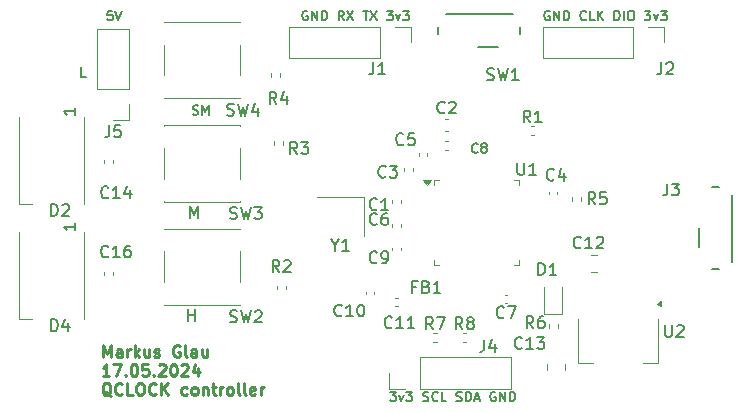
<source format=gbr>
%TF.GenerationSoftware,KiCad,Pcbnew,8.0.2-8.0.2-0~ubuntu22.04.1*%
%TF.CreationDate,2024-05-20T21:53:09+02:00*%
%TF.ProjectId,qclock,71636c6f-636b-42e6-9b69-6361645f7063,rev?*%
%TF.SameCoordinates,Original*%
%TF.FileFunction,Legend,Top*%
%TF.FilePolarity,Positive*%
%FSLAX46Y46*%
G04 Gerber Fmt 4.6, Leading zero omitted, Abs format (unit mm)*
G04 Created by KiCad (PCBNEW 8.0.2-8.0.2-0~ubuntu22.04.1) date 2024-05-20 21:53:09*
%MOMM*%
%LPD*%
G01*
G04 APERTURE LIST*
%ADD10C,0.150000*%
%ADD11C,0.250000*%
%ADD12C,0.152400*%
%ADD13C,0.120000*%
G04 APERTURE END LIST*
D10*
X127913220Y-87119819D02*
X127913220Y-86119819D01*
X127913220Y-86119819D02*
X127579887Y-86834104D01*
X127579887Y-86834104D02*
X127246554Y-86119819D01*
X127246554Y-86119819D02*
X127246554Y-87119819D01*
X157708207Y-69632390D02*
X157632017Y-69594295D01*
X157632017Y-69594295D02*
X157517731Y-69594295D01*
X157517731Y-69594295D02*
X157403445Y-69632390D01*
X157403445Y-69632390D02*
X157327255Y-69708580D01*
X157327255Y-69708580D02*
X157289160Y-69784771D01*
X157289160Y-69784771D02*
X157251064Y-69937152D01*
X157251064Y-69937152D02*
X157251064Y-70051438D01*
X157251064Y-70051438D02*
X157289160Y-70203819D01*
X157289160Y-70203819D02*
X157327255Y-70280009D01*
X157327255Y-70280009D02*
X157403445Y-70356200D01*
X157403445Y-70356200D02*
X157517731Y-70394295D01*
X157517731Y-70394295D02*
X157593922Y-70394295D01*
X157593922Y-70394295D02*
X157708207Y-70356200D01*
X157708207Y-70356200D02*
X157746303Y-70318104D01*
X157746303Y-70318104D02*
X157746303Y-70051438D01*
X157746303Y-70051438D02*
X157593922Y-70051438D01*
X158089160Y-70394295D02*
X158089160Y-69594295D01*
X158089160Y-69594295D02*
X158546303Y-70394295D01*
X158546303Y-70394295D02*
X158546303Y-69594295D01*
X158927255Y-70394295D02*
X158927255Y-69594295D01*
X158927255Y-69594295D02*
X159117731Y-69594295D01*
X159117731Y-69594295D02*
X159232017Y-69632390D01*
X159232017Y-69632390D02*
X159308207Y-69708580D01*
X159308207Y-69708580D02*
X159346302Y-69784771D01*
X159346302Y-69784771D02*
X159384398Y-69937152D01*
X159384398Y-69937152D02*
X159384398Y-70051438D01*
X159384398Y-70051438D02*
X159346302Y-70203819D01*
X159346302Y-70203819D02*
X159308207Y-70280009D01*
X159308207Y-70280009D02*
X159232017Y-70356200D01*
X159232017Y-70356200D02*
X159117731Y-70394295D01*
X159117731Y-70394295D02*
X158927255Y-70394295D01*
X160793922Y-70318104D02*
X160755826Y-70356200D01*
X160755826Y-70356200D02*
X160641541Y-70394295D01*
X160641541Y-70394295D02*
X160565350Y-70394295D01*
X160565350Y-70394295D02*
X160451064Y-70356200D01*
X160451064Y-70356200D02*
X160374874Y-70280009D01*
X160374874Y-70280009D02*
X160336779Y-70203819D01*
X160336779Y-70203819D02*
X160298683Y-70051438D01*
X160298683Y-70051438D02*
X160298683Y-69937152D01*
X160298683Y-69937152D02*
X160336779Y-69784771D01*
X160336779Y-69784771D02*
X160374874Y-69708580D01*
X160374874Y-69708580D02*
X160451064Y-69632390D01*
X160451064Y-69632390D02*
X160565350Y-69594295D01*
X160565350Y-69594295D02*
X160641541Y-69594295D01*
X160641541Y-69594295D02*
X160755826Y-69632390D01*
X160755826Y-69632390D02*
X160793922Y-69670485D01*
X161517731Y-70394295D02*
X161136779Y-70394295D01*
X161136779Y-70394295D02*
X161136779Y-69594295D01*
X161784398Y-70394295D02*
X161784398Y-69594295D01*
X162241541Y-70394295D02*
X161898683Y-69937152D01*
X162241541Y-69594295D02*
X161784398Y-70051438D01*
X163193922Y-70394295D02*
X163193922Y-69594295D01*
X163193922Y-69594295D02*
X163384398Y-69594295D01*
X163384398Y-69594295D02*
X163498684Y-69632390D01*
X163498684Y-69632390D02*
X163574874Y-69708580D01*
X163574874Y-69708580D02*
X163612969Y-69784771D01*
X163612969Y-69784771D02*
X163651065Y-69937152D01*
X163651065Y-69937152D02*
X163651065Y-70051438D01*
X163651065Y-70051438D02*
X163612969Y-70203819D01*
X163612969Y-70203819D02*
X163574874Y-70280009D01*
X163574874Y-70280009D02*
X163498684Y-70356200D01*
X163498684Y-70356200D02*
X163384398Y-70394295D01*
X163384398Y-70394295D02*
X163193922Y-70394295D01*
X163993922Y-70394295D02*
X163993922Y-69594295D01*
X164527255Y-69594295D02*
X164679636Y-69594295D01*
X164679636Y-69594295D02*
X164755826Y-69632390D01*
X164755826Y-69632390D02*
X164832017Y-69708580D01*
X164832017Y-69708580D02*
X164870112Y-69860961D01*
X164870112Y-69860961D02*
X164870112Y-70127628D01*
X164870112Y-70127628D02*
X164832017Y-70280009D01*
X164832017Y-70280009D02*
X164755826Y-70356200D01*
X164755826Y-70356200D02*
X164679636Y-70394295D01*
X164679636Y-70394295D02*
X164527255Y-70394295D01*
X164527255Y-70394295D02*
X164451064Y-70356200D01*
X164451064Y-70356200D02*
X164374874Y-70280009D01*
X164374874Y-70280009D02*
X164336778Y-70127628D01*
X164336778Y-70127628D02*
X164336778Y-69860961D01*
X164336778Y-69860961D02*
X164374874Y-69708580D01*
X164374874Y-69708580D02*
X164451064Y-69632390D01*
X164451064Y-69632390D02*
X164527255Y-69594295D01*
X165746302Y-69594295D02*
X166241540Y-69594295D01*
X166241540Y-69594295D02*
X165974874Y-69899057D01*
X165974874Y-69899057D02*
X166089159Y-69899057D01*
X166089159Y-69899057D02*
X166165350Y-69937152D01*
X166165350Y-69937152D02*
X166203445Y-69975247D01*
X166203445Y-69975247D02*
X166241540Y-70051438D01*
X166241540Y-70051438D02*
X166241540Y-70241914D01*
X166241540Y-70241914D02*
X166203445Y-70318104D01*
X166203445Y-70318104D02*
X166165350Y-70356200D01*
X166165350Y-70356200D02*
X166089159Y-70394295D01*
X166089159Y-70394295D02*
X165860588Y-70394295D01*
X165860588Y-70394295D02*
X165784397Y-70356200D01*
X165784397Y-70356200D02*
X165746302Y-70318104D01*
X166508207Y-69860961D02*
X166698683Y-70394295D01*
X166698683Y-70394295D02*
X166889160Y-69860961D01*
X167117731Y-69594295D02*
X167612969Y-69594295D01*
X167612969Y-69594295D02*
X167346303Y-69899057D01*
X167346303Y-69899057D02*
X167460588Y-69899057D01*
X167460588Y-69899057D02*
X167536779Y-69937152D01*
X167536779Y-69937152D02*
X167574874Y-69975247D01*
X167574874Y-69975247D02*
X167612969Y-70051438D01*
X167612969Y-70051438D02*
X167612969Y-70241914D01*
X167612969Y-70241914D02*
X167574874Y-70318104D01*
X167574874Y-70318104D02*
X167536779Y-70356200D01*
X167536779Y-70356200D02*
X167460588Y-70394295D01*
X167460588Y-70394295D02*
X167232017Y-70394295D01*
X167232017Y-70394295D02*
X167155826Y-70356200D01*
X167155826Y-70356200D02*
X167117731Y-70318104D01*
X127501064Y-78356200D02*
X127615350Y-78394295D01*
X127615350Y-78394295D02*
X127805826Y-78394295D01*
X127805826Y-78394295D02*
X127882017Y-78356200D01*
X127882017Y-78356200D02*
X127920112Y-78318104D01*
X127920112Y-78318104D02*
X127958207Y-78241914D01*
X127958207Y-78241914D02*
X127958207Y-78165723D01*
X127958207Y-78165723D02*
X127920112Y-78089533D01*
X127920112Y-78089533D02*
X127882017Y-78051438D01*
X127882017Y-78051438D02*
X127805826Y-78013342D01*
X127805826Y-78013342D02*
X127653445Y-77975247D01*
X127653445Y-77975247D02*
X127577255Y-77937152D01*
X127577255Y-77937152D02*
X127539160Y-77899057D01*
X127539160Y-77899057D02*
X127501064Y-77822866D01*
X127501064Y-77822866D02*
X127501064Y-77746676D01*
X127501064Y-77746676D02*
X127539160Y-77670485D01*
X127539160Y-77670485D02*
X127577255Y-77632390D01*
X127577255Y-77632390D02*
X127653445Y-77594295D01*
X127653445Y-77594295D02*
X127843922Y-77594295D01*
X127843922Y-77594295D02*
X127958207Y-77632390D01*
X128301065Y-78394295D02*
X128301065Y-77594295D01*
X128301065Y-77594295D02*
X128567731Y-78165723D01*
X128567731Y-78165723D02*
X128834398Y-77594295D01*
X128834398Y-77594295D02*
X128834398Y-78394295D01*
X137208207Y-69632390D02*
X137132017Y-69594295D01*
X137132017Y-69594295D02*
X137017731Y-69594295D01*
X137017731Y-69594295D02*
X136903445Y-69632390D01*
X136903445Y-69632390D02*
X136827255Y-69708580D01*
X136827255Y-69708580D02*
X136789160Y-69784771D01*
X136789160Y-69784771D02*
X136751064Y-69937152D01*
X136751064Y-69937152D02*
X136751064Y-70051438D01*
X136751064Y-70051438D02*
X136789160Y-70203819D01*
X136789160Y-70203819D02*
X136827255Y-70280009D01*
X136827255Y-70280009D02*
X136903445Y-70356200D01*
X136903445Y-70356200D02*
X137017731Y-70394295D01*
X137017731Y-70394295D02*
X137093922Y-70394295D01*
X137093922Y-70394295D02*
X137208207Y-70356200D01*
X137208207Y-70356200D02*
X137246303Y-70318104D01*
X137246303Y-70318104D02*
X137246303Y-70051438D01*
X137246303Y-70051438D02*
X137093922Y-70051438D01*
X137589160Y-70394295D02*
X137589160Y-69594295D01*
X137589160Y-69594295D02*
X138046303Y-70394295D01*
X138046303Y-70394295D02*
X138046303Y-69594295D01*
X138427255Y-70394295D02*
X138427255Y-69594295D01*
X138427255Y-69594295D02*
X138617731Y-69594295D01*
X138617731Y-69594295D02*
X138732017Y-69632390D01*
X138732017Y-69632390D02*
X138808207Y-69708580D01*
X138808207Y-69708580D02*
X138846302Y-69784771D01*
X138846302Y-69784771D02*
X138884398Y-69937152D01*
X138884398Y-69937152D02*
X138884398Y-70051438D01*
X138884398Y-70051438D02*
X138846302Y-70203819D01*
X138846302Y-70203819D02*
X138808207Y-70280009D01*
X138808207Y-70280009D02*
X138732017Y-70356200D01*
X138732017Y-70356200D02*
X138617731Y-70394295D01*
X138617731Y-70394295D02*
X138427255Y-70394295D01*
X140293922Y-70394295D02*
X140027255Y-70013342D01*
X139836779Y-70394295D02*
X139836779Y-69594295D01*
X139836779Y-69594295D02*
X140141541Y-69594295D01*
X140141541Y-69594295D02*
X140217731Y-69632390D01*
X140217731Y-69632390D02*
X140255826Y-69670485D01*
X140255826Y-69670485D02*
X140293922Y-69746676D01*
X140293922Y-69746676D02*
X140293922Y-69860961D01*
X140293922Y-69860961D02*
X140255826Y-69937152D01*
X140255826Y-69937152D02*
X140217731Y-69975247D01*
X140217731Y-69975247D02*
X140141541Y-70013342D01*
X140141541Y-70013342D02*
X139836779Y-70013342D01*
X140560588Y-69594295D02*
X141093922Y-70394295D01*
X141093922Y-69594295D02*
X140560588Y-70394295D01*
X141893922Y-69594295D02*
X142351065Y-69594295D01*
X142122493Y-70394295D02*
X142122493Y-69594295D01*
X142541541Y-69594295D02*
X143074875Y-70394295D01*
X143074875Y-69594295D02*
X142541541Y-70394295D01*
X143912970Y-69594295D02*
X144408208Y-69594295D01*
X144408208Y-69594295D02*
X144141542Y-69899057D01*
X144141542Y-69899057D02*
X144255827Y-69899057D01*
X144255827Y-69899057D02*
X144332018Y-69937152D01*
X144332018Y-69937152D02*
X144370113Y-69975247D01*
X144370113Y-69975247D02*
X144408208Y-70051438D01*
X144408208Y-70051438D02*
X144408208Y-70241914D01*
X144408208Y-70241914D02*
X144370113Y-70318104D01*
X144370113Y-70318104D02*
X144332018Y-70356200D01*
X144332018Y-70356200D02*
X144255827Y-70394295D01*
X144255827Y-70394295D02*
X144027256Y-70394295D01*
X144027256Y-70394295D02*
X143951065Y-70356200D01*
X143951065Y-70356200D02*
X143912970Y-70318104D01*
X144674875Y-69860961D02*
X144865351Y-70394295D01*
X144865351Y-70394295D02*
X145055828Y-69860961D01*
X145284399Y-69594295D02*
X145779637Y-69594295D01*
X145779637Y-69594295D02*
X145512971Y-69899057D01*
X145512971Y-69899057D02*
X145627256Y-69899057D01*
X145627256Y-69899057D02*
X145703447Y-69937152D01*
X145703447Y-69937152D02*
X145741542Y-69975247D01*
X145741542Y-69975247D02*
X145779637Y-70051438D01*
X145779637Y-70051438D02*
X145779637Y-70241914D01*
X145779637Y-70241914D02*
X145741542Y-70318104D01*
X145741542Y-70318104D02*
X145703447Y-70356200D01*
X145703447Y-70356200D02*
X145627256Y-70394295D01*
X145627256Y-70394295D02*
X145398685Y-70394295D01*
X145398685Y-70394295D02*
X145322494Y-70356200D01*
X145322494Y-70356200D02*
X145284399Y-70318104D01*
D11*
X119902568Y-98894731D02*
X119902568Y-97894731D01*
X119902568Y-97894731D02*
X120235901Y-98609016D01*
X120235901Y-98609016D02*
X120569234Y-97894731D01*
X120569234Y-97894731D02*
X120569234Y-98894731D01*
X121473996Y-98894731D02*
X121473996Y-98370921D01*
X121473996Y-98370921D02*
X121426377Y-98275683D01*
X121426377Y-98275683D02*
X121331139Y-98228064D01*
X121331139Y-98228064D02*
X121140663Y-98228064D01*
X121140663Y-98228064D02*
X121045425Y-98275683D01*
X121473996Y-98847112D02*
X121378758Y-98894731D01*
X121378758Y-98894731D02*
X121140663Y-98894731D01*
X121140663Y-98894731D02*
X121045425Y-98847112D01*
X121045425Y-98847112D02*
X120997806Y-98751873D01*
X120997806Y-98751873D02*
X120997806Y-98656635D01*
X120997806Y-98656635D02*
X121045425Y-98561397D01*
X121045425Y-98561397D02*
X121140663Y-98513778D01*
X121140663Y-98513778D02*
X121378758Y-98513778D01*
X121378758Y-98513778D02*
X121473996Y-98466159D01*
X121950187Y-98894731D02*
X121950187Y-98228064D01*
X121950187Y-98418540D02*
X121997806Y-98323302D01*
X121997806Y-98323302D02*
X122045425Y-98275683D01*
X122045425Y-98275683D02*
X122140663Y-98228064D01*
X122140663Y-98228064D02*
X122235901Y-98228064D01*
X122569235Y-98894731D02*
X122569235Y-97894731D01*
X122664473Y-98513778D02*
X122950187Y-98894731D01*
X122950187Y-98228064D02*
X122569235Y-98609016D01*
X123807330Y-98228064D02*
X123807330Y-98894731D01*
X123378759Y-98228064D02*
X123378759Y-98751873D01*
X123378759Y-98751873D02*
X123426378Y-98847112D01*
X123426378Y-98847112D02*
X123521616Y-98894731D01*
X123521616Y-98894731D02*
X123664473Y-98894731D01*
X123664473Y-98894731D02*
X123759711Y-98847112D01*
X123759711Y-98847112D02*
X123807330Y-98799492D01*
X124235902Y-98847112D02*
X124331140Y-98894731D01*
X124331140Y-98894731D02*
X124521616Y-98894731D01*
X124521616Y-98894731D02*
X124616854Y-98847112D01*
X124616854Y-98847112D02*
X124664473Y-98751873D01*
X124664473Y-98751873D02*
X124664473Y-98704254D01*
X124664473Y-98704254D02*
X124616854Y-98609016D01*
X124616854Y-98609016D02*
X124521616Y-98561397D01*
X124521616Y-98561397D02*
X124378759Y-98561397D01*
X124378759Y-98561397D02*
X124283521Y-98513778D01*
X124283521Y-98513778D02*
X124235902Y-98418540D01*
X124235902Y-98418540D02*
X124235902Y-98370921D01*
X124235902Y-98370921D02*
X124283521Y-98275683D01*
X124283521Y-98275683D02*
X124378759Y-98228064D01*
X124378759Y-98228064D02*
X124521616Y-98228064D01*
X124521616Y-98228064D02*
X124616854Y-98275683D01*
X126378759Y-97942350D02*
X126283521Y-97894731D01*
X126283521Y-97894731D02*
X126140664Y-97894731D01*
X126140664Y-97894731D02*
X125997807Y-97942350D01*
X125997807Y-97942350D02*
X125902569Y-98037588D01*
X125902569Y-98037588D02*
X125854950Y-98132826D01*
X125854950Y-98132826D02*
X125807331Y-98323302D01*
X125807331Y-98323302D02*
X125807331Y-98466159D01*
X125807331Y-98466159D02*
X125854950Y-98656635D01*
X125854950Y-98656635D02*
X125902569Y-98751873D01*
X125902569Y-98751873D02*
X125997807Y-98847112D01*
X125997807Y-98847112D02*
X126140664Y-98894731D01*
X126140664Y-98894731D02*
X126235902Y-98894731D01*
X126235902Y-98894731D02*
X126378759Y-98847112D01*
X126378759Y-98847112D02*
X126426378Y-98799492D01*
X126426378Y-98799492D02*
X126426378Y-98466159D01*
X126426378Y-98466159D02*
X126235902Y-98466159D01*
X126997807Y-98894731D02*
X126902569Y-98847112D01*
X126902569Y-98847112D02*
X126854950Y-98751873D01*
X126854950Y-98751873D02*
X126854950Y-97894731D01*
X127807331Y-98894731D02*
X127807331Y-98370921D01*
X127807331Y-98370921D02*
X127759712Y-98275683D01*
X127759712Y-98275683D02*
X127664474Y-98228064D01*
X127664474Y-98228064D02*
X127473998Y-98228064D01*
X127473998Y-98228064D02*
X127378760Y-98275683D01*
X127807331Y-98847112D02*
X127712093Y-98894731D01*
X127712093Y-98894731D02*
X127473998Y-98894731D01*
X127473998Y-98894731D02*
X127378760Y-98847112D01*
X127378760Y-98847112D02*
X127331141Y-98751873D01*
X127331141Y-98751873D02*
X127331141Y-98656635D01*
X127331141Y-98656635D02*
X127378760Y-98561397D01*
X127378760Y-98561397D02*
X127473998Y-98513778D01*
X127473998Y-98513778D02*
X127712093Y-98513778D01*
X127712093Y-98513778D02*
X127807331Y-98466159D01*
X128712093Y-98228064D02*
X128712093Y-98894731D01*
X128283522Y-98228064D02*
X128283522Y-98751873D01*
X128283522Y-98751873D02*
X128331141Y-98847112D01*
X128331141Y-98847112D02*
X128426379Y-98894731D01*
X128426379Y-98894731D02*
X128569236Y-98894731D01*
X128569236Y-98894731D02*
X128664474Y-98847112D01*
X128664474Y-98847112D02*
X128712093Y-98799492D01*
X120426377Y-100504675D02*
X119854949Y-100504675D01*
X120140663Y-100504675D02*
X120140663Y-99504675D01*
X120140663Y-99504675D02*
X120045425Y-99647532D01*
X120045425Y-99647532D02*
X119950187Y-99742770D01*
X119950187Y-99742770D02*
X119854949Y-99790389D01*
X120759711Y-99504675D02*
X121426377Y-99504675D01*
X121426377Y-99504675D02*
X120997806Y-100504675D01*
X121807330Y-100409436D02*
X121854949Y-100457056D01*
X121854949Y-100457056D02*
X121807330Y-100504675D01*
X121807330Y-100504675D02*
X121759711Y-100457056D01*
X121759711Y-100457056D02*
X121807330Y-100409436D01*
X121807330Y-100409436D02*
X121807330Y-100504675D01*
X122473996Y-99504675D02*
X122569234Y-99504675D01*
X122569234Y-99504675D02*
X122664472Y-99552294D01*
X122664472Y-99552294D02*
X122712091Y-99599913D01*
X122712091Y-99599913D02*
X122759710Y-99695151D01*
X122759710Y-99695151D02*
X122807329Y-99885627D01*
X122807329Y-99885627D02*
X122807329Y-100123722D01*
X122807329Y-100123722D02*
X122759710Y-100314198D01*
X122759710Y-100314198D02*
X122712091Y-100409436D01*
X122712091Y-100409436D02*
X122664472Y-100457056D01*
X122664472Y-100457056D02*
X122569234Y-100504675D01*
X122569234Y-100504675D02*
X122473996Y-100504675D01*
X122473996Y-100504675D02*
X122378758Y-100457056D01*
X122378758Y-100457056D02*
X122331139Y-100409436D01*
X122331139Y-100409436D02*
X122283520Y-100314198D01*
X122283520Y-100314198D02*
X122235901Y-100123722D01*
X122235901Y-100123722D02*
X122235901Y-99885627D01*
X122235901Y-99885627D02*
X122283520Y-99695151D01*
X122283520Y-99695151D02*
X122331139Y-99599913D01*
X122331139Y-99599913D02*
X122378758Y-99552294D01*
X122378758Y-99552294D02*
X122473996Y-99504675D01*
X123712091Y-99504675D02*
X123235901Y-99504675D01*
X123235901Y-99504675D02*
X123188282Y-99980865D01*
X123188282Y-99980865D02*
X123235901Y-99933246D01*
X123235901Y-99933246D02*
X123331139Y-99885627D01*
X123331139Y-99885627D02*
X123569234Y-99885627D01*
X123569234Y-99885627D02*
X123664472Y-99933246D01*
X123664472Y-99933246D02*
X123712091Y-99980865D01*
X123712091Y-99980865D02*
X123759710Y-100076103D01*
X123759710Y-100076103D02*
X123759710Y-100314198D01*
X123759710Y-100314198D02*
X123712091Y-100409436D01*
X123712091Y-100409436D02*
X123664472Y-100457056D01*
X123664472Y-100457056D02*
X123569234Y-100504675D01*
X123569234Y-100504675D02*
X123331139Y-100504675D01*
X123331139Y-100504675D02*
X123235901Y-100457056D01*
X123235901Y-100457056D02*
X123188282Y-100409436D01*
X124188282Y-100409436D02*
X124235901Y-100457056D01*
X124235901Y-100457056D02*
X124188282Y-100504675D01*
X124188282Y-100504675D02*
X124140663Y-100457056D01*
X124140663Y-100457056D02*
X124188282Y-100409436D01*
X124188282Y-100409436D02*
X124188282Y-100504675D01*
X124616853Y-99599913D02*
X124664472Y-99552294D01*
X124664472Y-99552294D02*
X124759710Y-99504675D01*
X124759710Y-99504675D02*
X124997805Y-99504675D01*
X124997805Y-99504675D02*
X125093043Y-99552294D01*
X125093043Y-99552294D02*
X125140662Y-99599913D01*
X125140662Y-99599913D02*
X125188281Y-99695151D01*
X125188281Y-99695151D02*
X125188281Y-99790389D01*
X125188281Y-99790389D02*
X125140662Y-99933246D01*
X125140662Y-99933246D02*
X124569234Y-100504675D01*
X124569234Y-100504675D02*
X125188281Y-100504675D01*
X125807329Y-99504675D02*
X125902567Y-99504675D01*
X125902567Y-99504675D02*
X125997805Y-99552294D01*
X125997805Y-99552294D02*
X126045424Y-99599913D01*
X126045424Y-99599913D02*
X126093043Y-99695151D01*
X126093043Y-99695151D02*
X126140662Y-99885627D01*
X126140662Y-99885627D02*
X126140662Y-100123722D01*
X126140662Y-100123722D02*
X126093043Y-100314198D01*
X126093043Y-100314198D02*
X126045424Y-100409436D01*
X126045424Y-100409436D02*
X125997805Y-100457056D01*
X125997805Y-100457056D02*
X125902567Y-100504675D01*
X125902567Y-100504675D02*
X125807329Y-100504675D01*
X125807329Y-100504675D02*
X125712091Y-100457056D01*
X125712091Y-100457056D02*
X125664472Y-100409436D01*
X125664472Y-100409436D02*
X125616853Y-100314198D01*
X125616853Y-100314198D02*
X125569234Y-100123722D01*
X125569234Y-100123722D02*
X125569234Y-99885627D01*
X125569234Y-99885627D02*
X125616853Y-99695151D01*
X125616853Y-99695151D02*
X125664472Y-99599913D01*
X125664472Y-99599913D02*
X125712091Y-99552294D01*
X125712091Y-99552294D02*
X125807329Y-99504675D01*
X126521615Y-99599913D02*
X126569234Y-99552294D01*
X126569234Y-99552294D02*
X126664472Y-99504675D01*
X126664472Y-99504675D02*
X126902567Y-99504675D01*
X126902567Y-99504675D02*
X126997805Y-99552294D01*
X126997805Y-99552294D02*
X127045424Y-99599913D01*
X127045424Y-99599913D02*
X127093043Y-99695151D01*
X127093043Y-99695151D02*
X127093043Y-99790389D01*
X127093043Y-99790389D02*
X127045424Y-99933246D01*
X127045424Y-99933246D02*
X126473996Y-100504675D01*
X126473996Y-100504675D02*
X127093043Y-100504675D01*
X127950186Y-99838008D02*
X127950186Y-100504675D01*
X127712091Y-99457056D02*
X127473996Y-100171341D01*
X127473996Y-100171341D02*
X128093043Y-100171341D01*
X120569234Y-102209857D02*
X120473996Y-102162238D01*
X120473996Y-102162238D02*
X120378758Y-102067000D01*
X120378758Y-102067000D02*
X120235901Y-101924142D01*
X120235901Y-101924142D02*
X120140663Y-101876523D01*
X120140663Y-101876523D02*
X120045425Y-101876523D01*
X120093044Y-102114619D02*
X119997806Y-102067000D01*
X119997806Y-102067000D02*
X119902568Y-101971761D01*
X119902568Y-101971761D02*
X119854949Y-101781285D01*
X119854949Y-101781285D02*
X119854949Y-101447952D01*
X119854949Y-101447952D02*
X119902568Y-101257476D01*
X119902568Y-101257476D02*
X119997806Y-101162238D01*
X119997806Y-101162238D02*
X120093044Y-101114619D01*
X120093044Y-101114619D02*
X120283520Y-101114619D01*
X120283520Y-101114619D02*
X120378758Y-101162238D01*
X120378758Y-101162238D02*
X120473996Y-101257476D01*
X120473996Y-101257476D02*
X120521615Y-101447952D01*
X120521615Y-101447952D02*
X120521615Y-101781285D01*
X120521615Y-101781285D02*
X120473996Y-101971761D01*
X120473996Y-101971761D02*
X120378758Y-102067000D01*
X120378758Y-102067000D02*
X120283520Y-102114619D01*
X120283520Y-102114619D02*
X120093044Y-102114619D01*
X121521615Y-102019380D02*
X121473996Y-102067000D01*
X121473996Y-102067000D02*
X121331139Y-102114619D01*
X121331139Y-102114619D02*
X121235901Y-102114619D01*
X121235901Y-102114619D02*
X121093044Y-102067000D01*
X121093044Y-102067000D02*
X120997806Y-101971761D01*
X120997806Y-101971761D02*
X120950187Y-101876523D01*
X120950187Y-101876523D02*
X120902568Y-101686047D01*
X120902568Y-101686047D02*
X120902568Y-101543190D01*
X120902568Y-101543190D02*
X120950187Y-101352714D01*
X120950187Y-101352714D02*
X120997806Y-101257476D01*
X120997806Y-101257476D02*
X121093044Y-101162238D01*
X121093044Y-101162238D02*
X121235901Y-101114619D01*
X121235901Y-101114619D02*
X121331139Y-101114619D01*
X121331139Y-101114619D02*
X121473996Y-101162238D01*
X121473996Y-101162238D02*
X121521615Y-101209857D01*
X122426377Y-102114619D02*
X121950187Y-102114619D01*
X121950187Y-102114619D02*
X121950187Y-101114619D01*
X122950187Y-101114619D02*
X123140663Y-101114619D01*
X123140663Y-101114619D02*
X123235901Y-101162238D01*
X123235901Y-101162238D02*
X123331139Y-101257476D01*
X123331139Y-101257476D02*
X123378758Y-101447952D01*
X123378758Y-101447952D02*
X123378758Y-101781285D01*
X123378758Y-101781285D02*
X123331139Y-101971761D01*
X123331139Y-101971761D02*
X123235901Y-102067000D01*
X123235901Y-102067000D02*
X123140663Y-102114619D01*
X123140663Y-102114619D02*
X122950187Y-102114619D01*
X122950187Y-102114619D02*
X122854949Y-102067000D01*
X122854949Y-102067000D02*
X122759711Y-101971761D01*
X122759711Y-101971761D02*
X122712092Y-101781285D01*
X122712092Y-101781285D02*
X122712092Y-101447952D01*
X122712092Y-101447952D02*
X122759711Y-101257476D01*
X122759711Y-101257476D02*
X122854949Y-101162238D01*
X122854949Y-101162238D02*
X122950187Y-101114619D01*
X124378758Y-102019380D02*
X124331139Y-102067000D01*
X124331139Y-102067000D02*
X124188282Y-102114619D01*
X124188282Y-102114619D02*
X124093044Y-102114619D01*
X124093044Y-102114619D02*
X123950187Y-102067000D01*
X123950187Y-102067000D02*
X123854949Y-101971761D01*
X123854949Y-101971761D02*
X123807330Y-101876523D01*
X123807330Y-101876523D02*
X123759711Y-101686047D01*
X123759711Y-101686047D02*
X123759711Y-101543190D01*
X123759711Y-101543190D02*
X123807330Y-101352714D01*
X123807330Y-101352714D02*
X123854949Y-101257476D01*
X123854949Y-101257476D02*
X123950187Y-101162238D01*
X123950187Y-101162238D02*
X124093044Y-101114619D01*
X124093044Y-101114619D02*
X124188282Y-101114619D01*
X124188282Y-101114619D02*
X124331139Y-101162238D01*
X124331139Y-101162238D02*
X124378758Y-101209857D01*
X124807330Y-102114619D02*
X124807330Y-101114619D01*
X125378758Y-102114619D02*
X124950187Y-101543190D01*
X125378758Y-101114619D02*
X124807330Y-101686047D01*
X126997806Y-102067000D02*
X126902568Y-102114619D01*
X126902568Y-102114619D02*
X126712092Y-102114619D01*
X126712092Y-102114619D02*
X126616854Y-102067000D01*
X126616854Y-102067000D02*
X126569235Y-102019380D01*
X126569235Y-102019380D02*
X126521616Y-101924142D01*
X126521616Y-101924142D02*
X126521616Y-101638428D01*
X126521616Y-101638428D02*
X126569235Y-101543190D01*
X126569235Y-101543190D02*
X126616854Y-101495571D01*
X126616854Y-101495571D02*
X126712092Y-101447952D01*
X126712092Y-101447952D02*
X126902568Y-101447952D01*
X126902568Y-101447952D02*
X126997806Y-101495571D01*
X127569235Y-102114619D02*
X127473997Y-102067000D01*
X127473997Y-102067000D02*
X127426378Y-102019380D01*
X127426378Y-102019380D02*
X127378759Y-101924142D01*
X127378759Y-101924142D02*
X127378759Y-101638428D01*
X127378759Y-101638428D02*
X127426378Y-101543190D01*
X127426378Y-101543190D02*
X127473997Y-101495571D01*
X127473997Y-101495571D02*
X127569235Y-101447952D01*
X127569235Y-101447952D02*
X127712092Y-101447952D01*
X127712092Y-101447952D02*
X127807330Y-101495571D01*
X127807330Y-101495571D02*
X127854949Y-101543190D01*
X127854949Y-101543190D02*
X127902568Y-101638428D01*
X127902568Y-101638428D02*
X127902568Y-101924142D01*
X127902568Y-101924142D02*
X127854949Y-102019380D01*
X127854949Y-102019380D02*
X127807330Y-102067000D01*
X127807330Y-102067000D02*
X127712092Y-102114619D01*
X127712092Y-102114619D02*
X127569235Y-102114619D01*
X128331140Y-101447952D02*
X128331140Y-102114619D01*
X128331140Y-101543190D02*
X128378759Y-101495571D01*
X128378759Y-101495571D02*
X128473997Y-101447952D01*
X128473997Y-101447952D02*
X128616854Y-101447952D01*
X128616854Y-101447952D02*
X128712092Y-101495571D01*
X128712092Y-101495571D02*
X128759711Y-101590809D01*
X128759711Y-101590809D02*
X128759711Y-102114619D01*
X129093045Y-101447952D02*
X129473997Y-101447952D01*
X129235902Y-101114619D02*
X129235902Y-101971761D01*
X129235902Y-101971761D02*
X129283521Y-102067000D01*
X129283521Y-102067000D02*
X129378759Y-102114619D01*
X129378759Y-102114619D02*
X129473997Y-102114619D01*
X129807331Y-102114619D02*
X129807331Y-101447952D01*
X129807331Y-101638428D02*
X129854950Y-101543190D01*
X129854950Y-101543190D02*
X129902569Y-101495571D01*
X129902569Y-101495571D02*
X129997807Y-101447952D01*
X129997807Y-101447952D02*
X130093045Y-101447952D01*
X130569236Y-102114619D02*
X130473998Y-102067000D01*
X130473998Y-102067000D02*
X130426379Y-102019380D01*
X130426379Y-102019380D02*
X130378760Y-101924142D01*
X130378760Y-101924142D02*
X130378760Y-101638428D01*
X130378760Y-101638428D02*
X130426379Y-101543190D01*
X130426379Y-101543190D02*
X130473998Y-101495571D01*
X130473998Y-101495571D02*
X130569236Y-101447952D01*
X130569236Y-101447952D02*
X130712093Y-101447952D01*
X130712093Y-101447952D02*
X130807331Y-101495571D01*
X130807331Y-101495571D02*
X130854950Y-101543190D01*
X130854950Y-101543190D02*
X130902569Y-101638428D01*
X130902569Y-101638428D02*
X130902569Y-101924142D01*
X130902569Y-101924142D02*
X130854950Y-102019380D01*
X130854950Y-102019380D02*
X130807331Y-102067000D01*
X130807331Y-102067000D02*
X130712093Y-102114619D01*
X130712093Y-102114619D02*
X130569236Y-102114619D01*
X131473998Y-102114619D02*
X131378760Y-102067000D01*
X131378760Y-102067000D02*
X131331141Y-101971761D01*
X131331141Y-101971761D02*
X131331141Y-101114619D01*
X131997808Y-102114619D02*
X131902570Y-102067000D01*
X131902570Y-102067000D02*
X131854951Y-101971761D01*
X131854951Y-101971761D02*
X131854951Y-101114619D01*
X132759713Y-102067000D02*
X132664475Y-102114619D01*
X132664475Y-102114619D02*
X132473999Y-102114619D01*
X132473999Y-102114619D02*
X132378761Y-102067000D01*
X132378761Y-102067000D02*
X132331142Y-101971761D01*
X132331142Y-101971761D02*
X132331142Y-101590809D01*
X132331142Y-101590809D02*
X132378761Y-101495571D01*
X132378761Y-101495571D02*
X132473999Y-101447952D01*
X132473999Y-101447952D02*
X132664475Y-101447952D01*
X132664475Y-101447952D02*
X132759713Y-101495571D01*
X132759713Y-101495571D02*
X132807332Y-101590809D01*
X132807332Y-101590809D02*
X132807332Y-101686047D01*
X132807332Y-101686047D02*
X132331142Y-101781285D01*
X133235904Y-102114619D02*
X133235904Y-101447952D01*
X133235904Y-101638428D02*
X133283523Y-101543190D01*
X133283523Y-101543190D02*
X133331142Y-101495571D01*
X133331142Y-101495571D02*
X133426380Y-101447952D01*
X133426380Y-101447952D02*
X133521618Y-101447952D01*
D10*
X127663220Y-95869819D02*
X127663220Y-94869819D01*
X127663220Y-95346009D02*
X127091792Y-95346009D01*
X127091792Y-95869819D02*
X127091792Y-94869819D01*
X144212969Y-101844295D02*
X144708207Y-101844295D01*
X144708207Y-101844295D02*
X144441541Y-102149057D01*
X144441541Y-102149057D02*
X144555826Y-102149057D01*
X144555826Y-102149057D02*
X144632017Y-102187152D01*
X144632017Y-102187152D02*
X144670112Y-102225247D01*
X144670112Y-102225247D02*
X144708207Y-102301438D01*
X144708207Y-102301438D02*
X144708207Y-102491914D01*
X144708207Y-102491914D02*
X144670112Y-102568104D01*
X144670112Y-102568104D02*
X144632017Y-102606200D01*
X144632017Y-102606200D02*
X144555826Y-102644295D01*
X144555826Y-102644295D02*
X144327255Y-102644295D01*
X144327255Y-102644295D02*
X144251064Y-102606200D01*
X144251064Y-102606200D02*
X144212969Y-102568104D01*
X144974874Y-102110961D02*
X145165350Y-102644295D01*
X145165350Y-102644295D02*
X145355827Y-102110961D01*
X145584398Y-101844295D02*
X146079636Y-101844295D01*
X146079636Y-101844295D02*
X145812970Y-102149057D01*
X145812970Y-102149057D02*
X145927255Y-102149057D01*
X145927255Y-102149057D02*
X146003446Y-102187152D01*
X146003446Y-102187152D02*
X146041541Y-102225247D01*
X146041541Y-102225247D02*
X146079636Y-102301438D01*
X146079636Y-102301438D02*
X146079636Y-102491914D01*
X146079636Y-102491914D02*
X146041541Y-102568104D01*
X146041541Y-102568104D02*
X146003446Y-102606200D01*
X146003446Y-102606200D02*
X145927255Y-102644295D01*
X145927255Y-102644295D02*
X145698684Y-102644295D01*
X145698684Y-102644295D02*
X145622493Y-102606200D01*
X145622493Y-102606200D02*
X145584398Y-102568104D01*
X146993922Y-102606200D02*
X147108208Y-102644295D01*
X147108208Y-102644295D02*
X147298684Y-102644295D01*
X147298684Y-102644295D02*
X147374875Y-102606200D01*
X147374875Y-102606200D02*
X147412970Y-102568104D01*
X147412970Y-102568104D02*
X147451065Y-102491914D01*
X147451065Y-102491914D02*
X147451065Y-102415723D01*
X147451065Y-102415723D02*
X147412970Y-102339533D01*
X147412970Y-102339533D02*
X147374875Y-102301438D01*
X147374875Y-102301438D02*
X147298684Y-102263342D01*
X147298684Y-102263342D02*
X147146303Y-102225247D01*
X147146303Y-102225247D02*
X147070113Y-102187152D01*
X147070113Y-102187152D02*
X147032018Y-102149057D01*
X147032018Y-102149057D02*
X146993922Y-102072866D01*
X146993922Y-102072866D02*
X146993922Y-101996676D01*
X146993922Y-101996676D02*
X147032018Y-101920485D01*
X147032018Y-101920485D02*
X147070113Y-101882390D01*
X147070113Y-101882390D02*
X147146303Y-101844295D01*
X147146303Y-101844295D02*
X147336780Y-101844295D01*
X147336780Y-101844295D02*
X147451065Y-101882390D01*
X148251066Y-102568104D02*
X148212970Y-102606200D01*
X148212970Y-102606200D02*
X148098685Y-102644295D01*
X148098685Y-102644295D02*
X148022494Y-102644295D01*
X148022494Y-102644295D02*
X147908208Y-102606200D01*
X147908208Y-102606200D02*
X147832018Y-102530009D01*
X147832018Y-102530009D02*
X147793923Y-102453819D01*
X147793923Y-102453819D02*
X147755827Y-102301438D01*
X147755827Y-102301438D02*
X147755827Y-102187152D01*
X147755827Y-102187152D02*
X147793923Y-102034771D01*
X147793923Y-102034771D02*
X147832018Y-101958580D01*
X147832018Y-101958580D02*
X147908208Y-101882390D01*
X147908208Y-101882390D02*
X148022494Y-101844295D01*
X148022494Y-101844295D02*
X148098685Y-101844295D01*
X148098685Y-101844295D02*
X148212970Y-101882390D01*
X148212970Y-101882390D02*
X148251066Y-101920485D01*
X148974875Y-102644295D02*
X148593923Y-102644295D01*
X148593923Y-102644295D02*
X148593923Y-101844295D01*
X149812970Y-102606200D02*
X149927256Y-102644295D01*
X149927256Y-102644295D02*
X150117732Y-102644295D01*
X150117732Y-102644295D02*
X150193923Y-102606200D01*
X150193923Y-102606200D02*
X150232018Y-102568104D01*
X150232018Y-102568104D02*
X150270113Y-102491914D01*
X150270113Y-102491914D02*
X150270113Y-102415723D01*
X150270113Y-102415723D02*
X150232018Y-102339533D01*
X150232018Y-102339533D02*
X150193923Y-102301438D01*
X150193923Y-102301438D02*
X150117732Y-102263342D01*
X150117732Y-102263342D02*
X149965351Y-102225247D01*
X149965351Y-102225247D02*
X149889161Y-102187152D01*
X149889161Y-102187152D02*
X149851066Y-102149057D01*
X149851066Y-102149057D02*
X149812970Y-102072866D01*
X149812970Y-102072866D02*
X149812970Y-101996676D01*
X149812970Y-101996676D02*
X149851066Y-101920485D01*
X149851066Y-101920485D02*
X149889161Y-101882390D01*
X149889161Y-101882390D02*
X149965351Y-101844295D01*
X149965351Y-101844295D02*
X150155828Y-101844295D01*
X150155828Y-101844295D02*
X150270113Y-101882390D01*
X150612971Y-102644295D02*
X150612971Y-101844295D01*
X150612971Y-101844295D02*
X150803447Y-101844295D01*
X150803447Y-101844295D02*
X150917733Y-101882390D01*
X150917733Y-101882390D02*
X150993923Y-101958580D01*
X150993923Y-101958580D02*
X151032018Y-102034771D01*
X151032018Y-102034771D02*
X151070114Y-102187152D01*
X151070114Y-102187152D02*
X151070114Y-102301438D01*
X151070114Y-102301438D02*
X151032018Y-102453819D01*
X151032018Y-102453819D02*
X150993923Y-102530009D01*
X150993923Y-102530009D02*
X150917733Y-102606200D01*
X150917733Y-102606200D02*
X150803447Y-102644295D01*
X150803447Y-102644295D02*
X150612971Y-102644295D01*
X151374875Y-102415723D02*
X151755828Y-102415723D01*
X151298685Y-102644295D02*
X151565352Y-101844295D01*
X151565352Y-101844295D02*
X151832018Y-102644295D01*
X153127256Y-101882390D02*
X153051066Y-101844295D01*
X153051066Y-101844295D02*
X152936780Y-101844295D01*
X152936780Y-101844295D02*
X152822494Y-101882390D01*
X152822494Y-101882390D02*
X152746304Y-101958580D01*
X152746304Y-101958580D02*
X152708209Y-102034771D01*
X152708209Y-102034771D02*
X152670113Y-102187152D01*
X152670113Y-102187152D02*
X152670113Y-102301438D01*
X152670113Y-102301438D02*
X152708209Y-102453819D01*
X152708209Y-102453819D02*
X152746304Y-102530009D01*
X152746304Y-102530009D02*
X152822494Y-102606200D01*
X152822494Y-102606200D02*
X152936780Y-102644295D01*
X152936780Y-102644295D02*
X153012971Y-102644295D01*
X153012971Y-102644295D02*
X153127256Y-102606200D01*
X153127256Y-102606200D02*
X153165352Y-102568104D01*
X153165352Y-102568104D02*
X153165352Y-102301438D01*
X153165352Y-102301438D02*
X153012971Y-102301438D01*
X153508209Y-102644295D02*
X153508209Y-101844295D01*
X153508209Y-101844295D02*
X153965352Y-102644295D01*
X153965352Y-102644295D02*
X153965352Y-101844295D01*
X154346304Y-102644295D02*
X154346304Y-101844295D01*
X154346304Y-101844295D02*
X154536780Y-101844295D01*
X154536780Y-101844295D02*
X154651066Y-101882390D01*
X154651066Y-101882390D02*
X154727256Y-101958580D01*
X154727256Y-101958580D02*
X154765351Y-102034771D01*
X154765351Y-102034771D02*
X154803447Y-102187152D01*
X154803447Y-102187152D02*
X154803447Y-102301438D01*
X154803447Y-102301438D02*
X154765351Y-102453819D01*
X154765351Y-102453819D02*
X154727256Y-102530009D01*
X154727256Y-102530009D02*
X154651066Y-102606200D01*
X154651066Y-102606200D02*
X154536780Y-102644295D01*
X154536780Y-102644295D02*
X154346304Y-102644295D01*
X120670112Y-69594295D02*
X120289160Y-69594295D01*
X120289160Y-69594295D02*
X120251064Y-69975247D01*
X120251064Y-69975247D02*
X120289160Y-69937152D01*
X120289160Y-69937152D02*
X120365350Y-69899057D01*
X120365350Y-69899057D02*
X120555826Y-69899057D01*
X120555826Y-69899057D02*
X120632017Y-69937152D01*
X120632017Y-69937152D02*
X120670112Y-69975247D01*
X120670112Y-69975247D02*
X120708207Y-70051438D01*
X120708207Y-70051438D02*
X120708207Y-70241914D01*
X120708207Y-70241914D02*
X120670112Y-70318104D01*
X120670112Y-70318104D02*
X120632017Y-70356200D01*
X120632017Y-70356200D02*
X120555826Y-70394295D01*
X120555826Y-70394295D02*
X120365350Y-70394295D01*
X120365350Y-70394295D02*
X120289160Y-70356200D01*
X120289160Y-70356200D02*
X120251064Y-70318104D01*
X120936779Y-69594295D02*
X121203446Y-70394295D01*
X121203446Y-70394295D02*
X121470112Y-69594295D01*
X118420112Y-75144295D02*
X118039160Y-75144295D01*
X118039160Y-75144295D02*
X118039160Y-74344295D01*
X167666666Y-84204819D02*
X167666666Y-84919104D01*
X167666666Y-84919104D02*
X167619047Y-85061961D01*
X167619047Y-85061961D02*
X167523809Y-85157200D01*
X167523809Y-85157200D02*
X167380952Y-85204819D01*
X167380952Y-85204819D02*
X167285714Y-85204819D01*
X168047619Y-84204819D02*
X168666666Y-84204819D01*
X168666666Y-84204819D02*
X168333333Y-84585771D01*
X168333333Y-84585771D02*
X168476190Y-84585771D01*
X168476190Y-84585771D02*
X168571428Y-84633390D01*
X168571428Y-84633390D02*
X168619047Y-84681009D01*
X168619047Y-84681009D02*
X168666666Y-84776247D01*
X168666666Y-84776247D02*
X168666666Y-85014342D01*
X168666666Y-85014342D02*
X168619047Y-85109580D01*
X168619047Y-85109580D02*
X168571428Y-85157200D01*
X168571428Y-85157200D02*
X168476190Y-85204819D01*
X168476190Y-85204819D02*
X168190476Y-85204819D01*
X168190476Y-85204819D02*
X168095238Y-85157200D01*
X168095238Y-85157200D02*
X168047619Y-85109580D01*
X167488095Y-96204819D02*
X167488095Y-97014342D01*
X167488095Y-97014342D02*
X167535714Y-97109580D01*
X167535714Y-97109580D02*
X167583333Y-97157200D01*
X167583333Y-97157200D02*
X167678571Y-97204819D01*
X167678571Y-97204819D02*
X167869047Y-97204819D01*
X167869047Y-97204819D02*
X167964285Y-97157200D01*
X167964285Y-97157200D02*
X168011904Y-97109580D01*
X168011904Y-97109580D02*
X168059523Y-97014342D01*
X168059523Y-97014342D02*
X168059523Y-96204819D01*
X168488095Y-96300057D02*
X168535714Y-96252438D01*
X168535714Y-96252438D02*
X168630952Y-96204819D01*
X168630952Y-96204819D02*
X168869047Y-96204819D01*
X168869047Y-96204819D02*
X168964285Y-96252438D01*
X168964285Y-96252438D02*
X169011904Y-96300057D01*
X169011904Y-96300057D02*
X169059523Y-96395295D01*
X169059523Y-96395295D02*
X169059523Y-96490533D01*
X169059523Y-96490533D02*
X169011904Y-96633390D01*
X169011904Y-96633390D02*
X168440476Y-97204819D01*
X168440476Y-97204819D02*
X169059523Y-97204819D01*
X156083333Y-79034819D02*
X155750000Y-78558628D01*
X155511905Y-79034819D02*
X155511905Y-78034819D01*
X155511905Y-78034819D02*
X155892857Y-78034819D01*
X155892857Y-78034819D02*
X155988095Y-78082438D01*
X155988095Y-78082438D02*
X156035714Y-78130057D01*
X156035714Y-78130057D02*
X156083333Y-78225295D01*
X156083333Y-78225295D02*
X156083333Y-78368152D01*
X156083333Y-78368152D02*
X156035714Y-78463390D01*
X156035714Y-78463390D02*
X155988095Y-78511009D01*
X155988095Y-78511009D02*
X155892857Y-78558628D01*
X155892857Y-78558628D02*
X155511905Y-78558628D01*
X157035714Y-79034819D02*
X156464286Y-79034819D01*
X156750000Y-79034819D02*
X156750000Y-78034819D01*
X156750000Y-78034819D02*
X156654762Y-78177676D01*
X156654762Y-78177676D02*
X156559524Y-78272914D01*
X156559524Y-78272914D02*
X156464286Y-78320533D01*
X143833333Y-83609580D02*
X143785714Y-83657200D01*
X143785714Y-83657200D02*
X143642857Y-83704819D01*
X143642857Y-83704819D02*
X143547619Y-83704819D01*
X143547619Y-83704819D02*
X143404762Y-83657200D01*
X143404762Y-83657200D02*
X143309524Y-83561961D01*
X143309524Y-83561961D02*
X143261905Y-83466723D01*
X143261905Y-83466723D02*
X143214286Y-83276247D01*
X143214286Y-83276247D02*
X143214286Y-83133390D01*
X143214286Y-83133390D02*
X143261905Y-82942914D01*
X143261905Y-82942914D02*
X143309524Y-82847676D01*
X143309524Y-82847676D02*
X143404762Y-82752438D01*
X143404762Y-82752438D02*
X143547619Y-82704819D01*
X143547619Y-82704819D02*
X143642857Y-82704819D01*
X143642857Y-82704819D02*
X143785714Y-82752438D01*
X143785714Y-82752438D02*
X143833333Y-82800057D01*
X144166667Y-82704819D02*
X144785714Y-82704819D01*
X144785714Y-82704819D02*
X144452381Y-83085771D01*
X144452381Y-83085771D02*
X144595238Y-83085771D01*
X144595238Y-83085771D02*
X144690476Y-83133390D01*
X144690476Y-83133390D02*
X144738095Y-83181009D01*
X144738095Y-83181009D02*
X144785714Y-83276247D01*
X144785714Y-83276247D02*
X144785714Y-83514342D01*
X144785714Y-83514342D02*
X144738095Y-83609580D01*
X144738095Y-83609580D02*
X144690476Y-83657200D01*
X144690476Y-83657200D02*
X144595238Y-83704819D01*
X144595238Y-83704819D02*
X144309524Y-83704819D01*
X144309524Y-83704819D02*
X144214286Y-83657200D01*
X144214286Y-83657200D02*
X144166667Y-83609580D01*
X161583333Y-85954819D02*
X161250000Y-85478628D01*
X161011905Y-85954819D02*
X161011905Y-84954819D01*
X161011905Y-84954819D02*
X161392857Y-84954819D01*
X161392857Y-84954819D02*
X161488095Y-85002438D01*
X161488095Y-85002438D02*
X161535714Y-85050057D01*
X161535714Y-85050057D02*
X161583333Y-85145295D01*
X161583333Y-85145295D02*
X161583333Y-85288152D01*
X161583333Y-85288152D02*
X161535714Y-85383390D01*
X161535714Y-85383390D02*
X161488095Y-85431009D01*
X161488095Y-85431009D02*
X161392857Y-85478628D01*
X161392857Y-85478628D02*
X161011905Y-85478628D01*
X162488095Y-84954819D02*
X162011905Y-84954819D01*
X162011905Y-84954819D02*
X161964286Y-85431009D01*
X161964286Y-85431009D02*
X162011905Y-85383390D01*
X162011905Y-85383390D02*
X162107143Y-85335771D01*
X162107143Y-85335771D02*
X162345238Y-85335771D01*
X162345238Y-85335771D02*
X162440476Y-85383390D01*
X162440476Y-85383390D02*
X162488095Y-85431009D01*
X162488095Y-85431009D02*
X162535714Y-85526247D01*
X162535714Y-85526247D02*
X162535714Y-85764342D01*
X162535714Y-85764342D02*
X162488095Y-85859580D01*
X162488095Y-85859580D02*
X162440476Y-85907200D01*
X162440476Y-85907200D02*
X162345238Y-85954819D01*
X162345238Y-85954819D02*
X162107143Y-85954819D01*
X162107143Y-85954819D02*
X162011905Y-85907200D01*
X162011905Y-85907200D02*
X161964286Y-85859580D01*
X143083333Y-87609580D02*
X143035714Y-87657200D01*
X143035714Y-87657200D02*
X142892857Y-87704819D01*
X142892857Y-87704819D02*
X142797619Y-87704819D01*
X142797619Y-87704819D02*
X142654762Y-87657200D01*
X142654762Y-87657200D02*
X142559524Y-87561961D01*
X142559524Y-87561961D02*
X142511905Y-87466723D01*
X142511905Y-87466723D02*
X142464286Y-87276247D01*
X142464286Y-87276247D02*
X142464286Y-87133390D01*
X142464286Y-87133390D02*
X142511905Y-86942914D01*
X142511905Y-86942914D02*
X142559524Y-86847676D01*
X142559524Y-86847676D02*
X142654762Y-86752438D01*
X142654762Y-86752438D02*
X142797619Y-86704819D01*
X142797619Y-86704819D02*
X142892857Y-86704819D01*
X142892857Y-86704819D02*
X143035714Y-86752438D01*
X143035714Y-86752438D02*
X143083333Y-86800057D01*
X143940476Y-86704819D02*
X143750000Y-86704819D01*
X143750000Y-86704819D02*
X143654762Y-86752438D01*
X143654762Y-86752438D02*
X143607143Y-86800057D01*
X143607143Y-86800057D02*
X143511905Y-86942914D01*
X143511905Y-86942914D02*
X143464286Y-87133390D01*
X143464286Y-87133390D02*
X143464286Y-87514342D01*
X143464286Y-87514342D02*
X143511905Y-87609580D01*
X143511905Y-87609580D02*
X143559524Y-87657200D01*
X143559524Y-87657200D02*
X143654762Y-87704819D01*
X143654762Y-87704819D02*
X143845238Y-87704819D01*
X143845238Y-87704819D02*
X143940476Y-87657200D01*
X143940476Y-87657200D02*
X143988095Y-87609580D01*
X143988095Y-87609580D02*
X144035714Y-87514342D01*
X144035714Y-87514342D02*
X144035714Y-87276247D01*
X144035714Y-87276247D02*
X143988095Y-87181009D01*
X143988095Y-87181009D02*
X143940476Y-87133390D01*
X143940476Y-87133390D02*
X143845238Y-87085771D01*
X143845238Y-87085771D02*
X143654762Y-87085771D01*
X143654762Y-87085771D02*
X143559524Y-87133390D01*
X143559524Y-87133390D02*
X143511905Y-87181009D01*
X143511905Y-87181009D02*
X143464286Y-87276247D01*
X143083333Y-86359580D02*
X143035714Y-86407200D01*
X143035714Y-86407200D02*
X142892857Y-86454819D01*
X142892857Y-86454819D02*
X142797619Y-86454819D01*
X142797619Y-86454819D02*
X142654762Y-86407200D01*
X142654762Y-86407200D02*
X142559524Y-86311961D01*
X142559524Y-86311961D02*
X142511905Y-86216723D01*
X142511905Y-86216723D02*
X142464286Y-86026247D01*
X142464286Y-86026247D02*
X142464286Y-85883390D01*
X142464286Y-85883390D02*
X142511905Y-85692914D01*
X142511905Y-85692914D02*
X142559524Y-85597676D01*
X142559524Y-85597676D02*
X142654762Y-85502438D01*
X142654762Y-85502438D02*
X142797619Y-85454819D01*
X142797619Y-85454819D02*
X142892857Y-85454819D01*
X142892857Y-85454819D02*
X143035714Y-85502438D01*
X143035714Y-85502438D02*
X143083333Y-85550057D01*
X144035714Y-86454819D02*
X143464286Y-86454819D01*
X143750000Y-86454819D02*
X143750000Y-85454819D01*
X143750000Y-85454819D02*
X143654762Y-85597676D01*
X143654762Y-85597676D02*
X143559524Y-85692914D01*
X143559524Y-85692914D02*
X143464286Y-85740533D01*
X134833333Y-91704819D02*
X134500000Y-91228628D01*
X134261905Y-91704819D02*
X134261905Y-90704819D01*
X134261905Y-90704819D02*
X134642857Y-90704819D01*
X134642857Y-90704819D02*
X134738095Y-90752438D01*
X134738095Y-90752438D02*
X134785714Y-90800057D01*
X134785714Y-90800057D02*
X134833333Y-90895295D01*
X134833333Y-90895295D02*
X134833333Y-91038152D01*
X134833333Y-91038152D02*
X134785714Y-91133390D01*
X134785714Y-91133390D02*
X134738095Y-91181009D01*
X134738095Y-91181009D02*
X134642857Y-91228628D01*
X134642857Y-91228628D02*
X134261905Y-91228628D01*
X135214286Y-90800057D02*
X135261905Y-90752438D01*
X135261905Y-90752438D02*
X135357143Y-90704819D01*
X135357143Y-90704819D02*
X135595238Y-90704819D01*
X135595238Y-90704819D02*
X135690476Y-90752438D01*
X135690476Y-90752438D02*
X135738095Y-90800057D01*
X135738095Y-90800057D02*
X135785714Y-90895295D01*
X135785714Y-90895295D02*
X135785714Y-90990533D01*
X135785714Y-90990533D02*
X135738095Y-91133390D01*
X135738095Y-91133390D02*
X135166667Y-91704819D01*
X135166667Y-91704819D02*
X135785714Y-91704819D01*
X120357142Y-85359580D02*
X120309523Y-85407200D01*
X120309523Y-85407200D02*
X120166666Y-85454819D01*
X120166666Y-85454819D02*
X120071428Y-85454819D01*
X120071428Y-85454819D02*
X119928571Y-85407200D01*
X119928571Y-85407200D02*
X119833333Y-85311961D01*
X119833333Y-85311961D02*
X119785714Y-85216723D01*
X119785714Y-85216723D02*
X119738095Y-85026247D01*
X119738095Y-85026247D02*
X119738095Y-84883390D01*
X119738095Y-84883390D02*
X119785714Y-84692914D01*
X119785714Y-84692914D02*
X119833333Y-84597676D01*
X119833333Y-84597676D02*
X119928571Y-84502438D01*
X119928571Y-84502438D02*
X120071428Y-84454819D01*
X120071428Y-84454819D02*
X120166666Y-84454819D01*
X120166666Y-84454819D02*
X120309523Y-84502438D01*
X120309523Y-84502438D02*
X120357142Y-84550057D01*
X121309523Y-85454819D02*
X120738095Y-85454819D01*
X121023809Y-85454819D02*
X121023809Y-84454819D01*
X121023809Y-84454819D02*
X120928571Y-84597676D01*
X120928571Y-84597676D02*
X120833333Y-84692914D01*
X120833333Y-84692914D02*
X120738095Y-84740533D01*
X122166666Y-84788152D02*
X122166666Y-85454819D01*
X121928571Y-84407200D02*
X121690476Y-85121485D01*
X121690476Y-85121485D02*
X122309523Y-85121485D01*
X142786666Y-73954819D02*
X142786666Y-74669104D01*
X142786666Y-74669104D02*
X142739047Y-74811961D01*
X142739047Y-74811961D02*
X142643809Y-74907200D01*
X142643809Y-74907200D02*
X142500952Y-74954819D01*
X142500952Y-74954819D02*
X142405714Y-74954819D01*
X143786666Y-74954819D02*
X143215238Y-74954819D01*
X143500952Y-74954819D02*
X143500952Y-73954819D01*
X143500952Y-73954819D02*
X143405714Y-74097676D01*
X143405714Y-74097676D02*
X143310476Y-74192914D01*
X143310476Y-74192914D02*
X143215238Y-74240533D01*
X154988095Y-82454819D02*
X154988095Y-83264342D01*
X154988095Y-83264342D02*
X155035714Y-83359580D01*
X155035714Y-83359580D02*
X155083333Y-83407200D01*
X155083333Y-83407200D02*
X155178571Y-83454819D01*
X155178571Y-83454819D02*
X155369047Y-83454819D01*
X155369047Y-83454819D02*
X155464285Y-83407200D01*
X155464285Y-83407200D02*
X155511904Y-83359580D01*
X155511904Y-83359580D02*
X155559523Y-83264342D01*
X155559523Y-83264342D02*
X155559523Y-82454819D01*
X156559523Y-83454819D02*
X155988095Y-83454819D01*
X156273809Y-83454819D02*
X156273809Y-82454819D01*
X156273809Y-82454819D02*
X156178571Y-82597676D01*
X156178571Y-82597676D02*
X156083333Y-82692914D01*
X156083333Y-82692914D02*
X155988095Y-82740533D01*
X153833333Y-95519580D02*
X153785714Y-95567200D01*
X153785714Y-95567200D02*
X153642857Y-95614819D01*
X153642857Y-95614819D02*
X153547619Y-95614819D01*
X153547619Y-95614819D02*
X153404762Y-95567200D01*
X153404762Y-95567200D02*
X153309524Y-95471961D01*
X153309524Y-95471961D02*
X153261905Y-95376723D01*
X153261905Y-95376723D02*
X153214286Y-95186247D01*
X153214286Y-95186247D02*
X153214286Y-95043390D01*
X153214286Y-95043390D02*
X153261905Y-94852914D01*
X153261905Y-94852914D02*
X153309524Y-94757676D01*
X153309524Y-94757676D02*
X153404762Y-94662438D01*
X153404762Y-94662438D02*
X153547619Y-94614819D01*
X153547619Y-94614819D02*
X153642857Y-94614819D01*
X153642857Y-94614819D02*
X153785714Y-94662438D01*
X153785714Y-94662438D02*
X153833333Y-94710057D01*
X154166667Y-94614819D02*
X154833333Y-94614819D01*
X154833333Y-94614819D02*
X154404762Y-95614819D01*
X147833333Y-96534819D02*
X147500000Y-96058628D01*
X147261905Y-96534819D02*
X147261905Y-95534819D01*
X147261905Y-95534819D02*
X147642857Y-95534819D01*
X147642857Y-95534819D02*
X147738095Y-95582438D01*
X147738095Y-95582438D02*
X147785714Y-95630057D01*
X147785714Y-95630057D02*
X147833333Y-95725295D01*
X147833333Y-95725295D02*
X147833333Y-95868152D01*
X147833333Y-95868152D02*
X147785714Y-95963390D01*
X147785714Y-95963390D02*
X147738095Y-96011009D01*
X147738095Y-96011009D02*
X147642857Y-96058628D01*
X147642857Y-96058628D02*
X147261905Y-96058628D01*
X148166667Y-95534819D02*
X148833333Y-95534819D01*
X148833333Y-95534819D02*
X148404762Y-96534819D01*
X152416667Y-75407200D02*
X152559524Y-75454819D01*
X152559524Y-75454819D02*
X152797619Y-75454819D01*
X152797619Y-75454819D02*
X152892857Y-75407200D01*
X152892857Y-75407200D02*
X152940476Y-75359580D01*
X152940476Y-75359580D02*
X152988095Y-75264342D01*
X152988095Y-75264342D02*
X152988095Y-75169104D01*
X152988095Y-75169104D02*
X152940476Y-75073866D01*
X152940476Y-75073866D02*
X152892857Y-75026247D01*
X152892857Y-75026247D02*
X152797619Y-74978628D01*
X152797619Y-74978628D02*
X152607143Y-74931009D01*
X152607143Y-74931009D02*
X152511905Y-74883390D01*
X152511905Y-74883390D02*
X152464286Y-74835771D01*
X152464286Y-74835771D02*
X152416667Y-74740533D01*
X152416667Y-74740533D02*
X152416667Y-74645295D01*
X152416667Y-74645295D02*
X152464286Y-74550057D01*
X152464286Y-74550057D02*
X152511905Y-74502438D01*
X152511905Y-74502438D02*
X152607143Y-74454819D01*
X152607143Y-74454819D02*
X152845238Y-74454819D01*
X152845238Y-74454819D02*
X152988095Y-74502438D01*
X153321429Y-74454819D02*
X153559524Y-75454819D01*
X153559524Y-75454819D02*
X153750000Y-74740533D01*
X153750000Y-74740533D02*
X153940476Y-75454819D01*
X153940476Y-75454819D02*
X154178572Y-74454819D01*
X155083333Y-75454819D02*
X154511905Y-75454819D01*
X154797619Y-75454819D02*
X154797619Y-74454819D01*
X154797619Y-74454819D02*
X154702381Y-74597676D01*
X154702381Y-74597676D02*
X154607143Y-74692914D01*
X154607143Y-74692914D02*
X154511905Y-74740533D01*
X143083333Y-90859580D02*
X143035714Y-90907200D01*
X143035714Y-90907200D02*
X142892857Y-90954819D01*
X142892857Y-90954819D02*
X142797619Y-90954819D01*
X142797619Y-90954819D02*
X142654762Y-90907200D01*
X142654762Y-90907200D02*
X142559524Y-90811961D01*
X142559524Y-90811961D02*
X142511905Y-90716723D01*
X142511905Y-90716723D02*
X142464286Y-90526247D01*
X142464286Y-90526247D02*
X142464286Y-90383390D01*
X142464286Y-90383390D02*
X142511905Y-90192914D01*
X142511905Y-90192914D02*
X142559524Y-90097676D01*
X142559524Y-90097676D02*
X142654762Y-90002438D01*
X142654762Y-90002438D02*
X142797619Y-89954819D01*
X142797619Y-89954819D02*
X142892857Y-89954819D01*
X142892857Y-89954819D02*
X143035714Y-90002438D01*
X143035714Y-90002438D02*
X143083333Y-90050057D01*
X143559524Y-90954819D02*
X143750000Y-90954819D01*
X143750000Y-90954819D02*
X143845238Y-90907200D01*
X143845238Y-90907200D02*
X143892857Y-90859580D01*
X143892857Y-90859580D02*
X143988095Y-90716723D01*
X143988095Y-90716723D02*
X144035714Y-90526247D01*
X144035714Y-90526247D02*
X144035714Y-90145295D01*
X144035714Y-90145295D02*
X143988095Y-90050057D01*
X143988095Y-90050057D02*
X143940476Y-90002438D01*
X143940476Y-90002438D02*
X143845238Y-89954819D01*
X143845238Y-89954819D02*
X143654762Y-89954819D01*
X143654762Y-89954819D02*
X143559524Y-90002438D01*
X143559524Y-90002438D02*
X143511905Y-90050057D01*
X143511905Y-90050057D02*
X143464286Y-90145295D01*
X143464286Y-90145295D02*
X143464286Y-90383390D01*
X143464286Y-90383390D02*
X143511905Y-90478628D01*
X143511905Y-90478628D02*
X143559524Y-90526247D01*
X143559524Y-90526247D02*
X143654762Y-90573866D01*
X143654762Y-90573866D02*
X143845238Y-90573866D01*
X143845238Y-90573866D02*
X143940476Y-90526247D01*
X143940476Y-90526247D02*
X143988095Y-90478628D01*
X143988095Y-90478628D02*
X144035714Y-90383390D01*
X134583333Y-77454819D02*
X134250000Y-76978628D01*
X134011905Y-77454819D02*
X134011905Y-76454819D01*
X134011905Y-76454819D02*
X134392857Y-76454819D01*
X134392857Y-76454819D02*
X134488095Y-76502438D01*
X134488095Y-76502438D02*
X134535714Y-76550057D01*
X134535714Y-76550057D02*
X134583333Y-76645295D01*
X134583333Y-76645295D02*
X134583333Y-76788152D01*
X134583333Y-76788152D02*
X134535714Y-76883390D01*
X134535714Y-76883390D02*
X134488095Y-76931009D01*
X134488095Y-76931009D02*
X134392857Y-76978628D01*
X134392857Y-76978628D02*
X134011905Y-76978628D01*
X135440476Y-76788152D02*
X135440476Y-77454819D01*
X135202381Y-76407200D02*
X134964286Y-77121485D01*
X134964286Y-77121485D02*
X135583333Y-77121485D01*
X120416666Y-79284819D02*
X120416666Y-79999104D01*
X120416666Y-79999104D02*
X120369047Y-80141961D01*
X120369047Y-80141961D02*
X120273809Y-80237200D01*
X120273809Y-80237200D02*
X120130952Y-80284819D01*
X120130952Y-80284819D02*
X120035714Y-80284819D01*
X121369047Y-79284819D02*
X120892857Y-79284819D01*
X120892857Y-79284819D02*
X120845238Y-79761009D01*
X120845238Y-79761009D02*
X120892857Y-79713390D01*
X120892857Y-79713390D02*
X120988095Y-79665771D01*
X120988095Y-79665771D02*
X121226190Y-79665771D01*
X121226190Y-79665771D02*
X121321428Y-79713390D01*
X121321428Y-79713390D02*
X121369047Y-79761009D01*
X121369047Y-79761009D02*
X121416666Y-79856247D01*
X121416666Y-79856247D02*
X121416666Y-80094342D01*
X121416666Y-80094342D02*
X121369047Y-80189580D01*
X121369047Y-80189580D02*
X121321428Y-80237200D01*
X121321428Y-80237200D02*
X121226190Y-80284819D01*
X121226190Y-80284819D02*
X120988095Y-80284819D01*
X120988095Y-80284819D02*
X120892857Y-80237200D01*
X120892857Y-80237200D02*
X120845238Y-80189580D01*
X156761905Y-91954819D02*
X156761905Y-90954819D01*
X156761905Y-90954819D02*
X157000000Y-90954819D01*
X157000000Y-90954819D02*
X157142857Y-91002438D01*
X157142857Y-91002438D02*
X157238095Y-91097676D01*
X157238095Y-91097676D02*
X157285714Y-91192914D01*
X157285714Y-91192914D02*
X157333333Y-91383390D01*
X157333333Y-91383390D02*
X157333333Y-91526247D01*
X157333333Y-91526247D02*
X157285714Y-91716723D01*
X157285714Y-91716723D02*
X157238095Y-91811961D01*
X157238095Y-91811961D02*
X157142857Y-91907200D01*
X157142857Y-91907200D02*
X157000000Y-91954819D01*
X157000000Y-91954819D02*
X156761905Y-91954819D01*
X158285714Y-91954819D02*
X157714286Y-91954819D01*
X158000000Y-91954819D02*
X158000000Y-90954819D01*
X158000000Y-90954819D02*
X157904762Y-91097676D01*
X157904762Y-91097676D02*
X157809524Y-91192914D01*
X157809524Y-91192914D02*
X157714286Y-91240533D01*
X130416667Y-78407200D02*
X130559524Y-78454819D01*
X130559524Y-78454819D02*
X130797619Y-78454819D01*
X130797619Y-78454819D02*
X130892857Y-78407200D01*
X130892857Y-78407200D02*
X130940476Y-78359580D01*
X130940476Y-78359580D02*
X130988095Y-78264342D01*
X130988095Y-78264342D02*
X130988095Y-78169104D01*
X130988095Y-78169104D02*
X130940476Y-78073866D01*
X130940476Y-78073866D02*
X130892857Y-78026247D01*
X130892857Y-78026247D02*
X130797619Y-77978628D01*
X130797619Y-77978628D02*
X130607143Y-77931009D01*
X130607143Y-77931009D02*
X130511905Y-77883390D01*
X130511905Y-77883390D02*
X130464286Y-77835771D01*
X130464286Y-77835771D02*
X130416667Y-77740533D01*
X130416667Y-77740533D02*
X130416667Y-77645295D01*
X130416667Y-77645295D02*
X130464286Y-77550057D01*
X130464286Y-77550057D02*
X130511905Y-77502438D01*
X130511905Y-77502438D02*
X130607143Y-77454819D01*
X130607143Y-77454819D02*
X130845238Y-77454819D01*
X130845238Y-77454819D02*
X130988095Y-77502438D01*
X131321429Y-77454819D02*
X131559524Y-78454819D01*
X131559524Y-78454819D02*
X131750000Y-77740533D01*
X131750000Y-77740533D02*
X131940476Y-78454819D01*
X131940476Y-78454819D02*
X132178572Y-77454819D01*
X132988095Y-77788152D02*
X132988095Y-78454819D01*
X132750000Y-77407200D02*
X132511905Y-78121485D01*
X132511905Y-78121485D02*
X133130952Y-78121485D01*
X139523809Y-89428628D02*
X139523809Y-89904819D01*
X139190476Y-88904819D02*
X139523809Y-89428628D01*
X139523809Y-89428628D02*
X139857142Y-88904819D01*
X140714285Y-89904819D02*
X140142857Y-89904819D01*
X140428571Y-89904819D02*
X140428571Y-88904819D01*
X140428571Y-88904819D02*
X140333333Y-89047676D01*
X140333333Y-89047676D02*
X140238095Y-89142914D01*
X140238095Y-89142914D02*
X140142857Y-89190533D01*
X140107142Y-95359580D02*
X140059523Y-95407200D01*
X140059523Y-95407200D02*
X139916666Y-95454819D01*
X139916666Y-95454819D02*
X139821428Y-95454819D01*
X139821428Y-95454819D02*
X139678571Y-95407200D01*
X139678571Y-95407200D02*
X139583333Y-95311961D01*
X139583333Y-95311961D02*
X139535714Y-95216723D01*
X139535714Y-95216723D02*
X139488095Y-95026247D01*
X139488095Y-95026247D02*
X139488095Y-94883390D01*
X139488095Y-94883390D02*
X139535714Y-94692914D01*
X139535714Y-94692914D02*
X139583333Y-94597676D01*
X139583333Y-94597676D02*
X139678571Y-94502438D01*
X139678571Y-94502438D02*
X139821428Y-94454819D01*
X139821428Y-94454819D02*
X139916666Y-94454819D01*
X139916666Y-94454819D02*
X140059523Y-94502438D01*
X140059523Y-94502438D02*
X140107142Y-94550057D01*
X141059523Y-95454819D02*
X140488095Y-95454819D01*
X140773809Y-95454819D02*
X140773809Y-94454819D01*
X140773809Y-94454819D02*
X140678571Y-94597676D01*
X140678571Y-94597676D02*
X140583333Y-94692914D01*
X140583333Y-94692914D02*
X140488095Y-94740533D01*
X141678571Y-94454819D02*
X141773809Y-94454819D01*
X141773809Y-94454819D02*
X141869047Y-94502438D01*
X141869047Y-94502438D02*
X141916666Y-94550057D01*
X141916666Y-94550057D02*
X141964285Y-94645295D01*
X141964285Y-94645295D02*
X142011904Y-94835771D01*
X142011904Y-94835771D02*
X142011904Y-95073866D01*
X142011904Y-95073866D02*
X141964285Y-95264342D01*
X141964285Y-95264342D02*
X141916666Y-95359580D01*
X141916666Y-95359580D02*
X141869047Y-95407200D01*
X141869047Y-95407200D02*
X141773809Y-95454819D01*
X141773809Y-95454819D02*
X141678571Y-95454819D01*
X141678571Y-95454819D02*
X141583333Y-95407200D01*
X141583333Y-95407200D02*
X141535714Y-95359580D01*
X141535714Y-95359580D02*
X141488095Y-95264342D01*
X141488095Y-95264342D02*
X141440476Y-95073866D01*
X141440476Y-95073866D02*
X141440476Y-94835771D01*
X141440476Y-94835771D02*
X141488095Y-94645295D01*
X141488095Y-94645295D02*
X141535714Y-94550057D01*
X141535714Y-94550057D02*
X141583333Y-94502438D01*
X141583333Y-94502438D02*
X141678571Y-94454819D01*
X130666667Y-95907200D02*
X130809524Y-95954819D01*
X130809524Y-95954819D02*
X131047619Y-95954819D01*
X131047619Y-95954819D02*
X131142857Y-95907200D01*
X131142857Y-95907200D02*
X131190476Y-95859580D01*
X131190476Y-95859580D02*
X131238095Y-95764342D01*
X131238095Y-95764342D02*
X131238095Y-95669104D01*
X131238095Y-95669104D02*
X131190476Y-95573866D01*
X131190476Y-95573866D02*
X131142857Y-95526247D01*
X131142857Y-95526247D02*
X131047619Y-95478628D01*
X131047619Y-95478628D02*
X130857143Y-95431009D01*
X130857143Y-95431009D02*
X130761905Y-95383390D01*
X130761905Y-95383390D02*
X130714286Y-95335771D01*
X130714286Y-95335771D02*
X130666667Y-95240533D01*
X130666667Y-95240533D02*
X130666667Y-95145295D01*
X130666667Y-95145295D02*
X130714286Y-95050057D01*
X130714286Y-95050057D02*
X130761905Y-95002438D01*
X130761905Y-95002438D02*
X130857143Y-94954819D01*
X130857143Y-94954819D02*
X131095238Y-94954819D01*
X131095238Y-94954819D02*
X131238095Y-95002438D01*
X131571429Y-94954819D02*
X131809524Y-95954819D01*
X131809524Y-95954819D02*
X132000000Y-95240533D01*
X132000000Y-95240533D02*
X132190476Y-95954819D01*
X132190476Y-95954819D02*
X132428572Y-94954819D01*
X132761905Y-95050057D02*
X132809524Y-95002438D01*
X132809524Y-95002438D02*
X132904762Y-94954819D01*
X132904762Y-94954819D02*
X133142857Y-94954819D01*
X133142857Y-94954819D02*
X133238095Y-95002438D01*
X133238095Y-95002438D02*
X133285714Y-95050057D01*
X133285714Y-95050057D02*
X133333333Y-95145295D01*
X133333333Y-95145295D02*
X133333333Y-95240533D01*
X133333333Y-95240533D02*
X133285714Y-95383390D01*
X133285714Y-95383390D02*
X132714286Y-95954819D01*
X132714286Y-95954819D02*
X133333333Y-95954819D01*
X144357142Y-96359580D02*
X144309523Y-96407200D01*
X144309523Y-96407200D02*
X144166666Y-96454819D01*
X144166666Y-96454819D02*
X144071428Y-96454819D01*
X144071428Y-96454819D02*
X143928571Y-96407200D01*
X143928571Y-96407200D02*
X143833333Y-96311961D01*
X143833333Y-96311961D02*
X143785714Y-96216723D01*
X143785714Y-96216723D02*
X143738095Y-96026247D01*
X143738095Y-96026247D02*
X143738095Y-95883390D01*
X143738095Y-95883390D02*
X143785714Y-95692914D01*
X143785714Y-95692914D02*
X143833333Y-95597676D01*
X143833333Y-95597676D02*
X143928571Y-95502438D01*
X143928571Y-95502438D02*
X144071428Y-95454819D01*
X144071428Y-95454819D02*
X144166666Y-95454819D01*
X144166666Y-95454819D02*
X144309523Y-95502438D01*
X144309523Y-95502438D02*
X144357142Y-95550057D01*
X145309523Y-96454819D02*
X144738095Y-96454819D01*
X145023809Y-96454819D02*
X145023809Y-95454819D01*
X145023809Y-95454819D02*
X144928571Y-95597676D01*
X144928571Y-95597676D02*
X144833333Y-95692914D01*
X144833333Y-95692914D02*
X144738095Y-95740533D01*
X146261904Y-96454819D02*
X145690476Y-96454819D01*
X145976190Y-96454819D02*
X145976190Y-95454819D01*
X145976190Y-95454819D02*
X145880952Y-95597676D01*
X145880952Y-95597676D02*
X145785714Y-95692914D01*
X145785714Y-95692914D02*
X145690476Y-95740533D01*
X130666667Y-87157200D02*
X130809524Y-87204819D01*
X130809524Y-87204819D02*
X131047619Y-87204819D01*
X131047619Y-87204819D02*
X131142857Y-87157200D01*
X131142857Y-87157200D02*
X131190476Y-87109580D01*
X131190476Y-87109580D02*
X131238095Y-87014342D01*
X131238095Y-87014342D02*
X131238095Y-86919104D01*
X131238095Y-86919104D02*
X131190476Y-86823866D01*
X131190476Y-86823866D02*
X131142857Y-86776247D01*
X131142857Y-86776247D02*
X131047619Y-86728628D01*
X131047619Y-86728628D02*
X130857143Y-86681009D01*
X130857143Y-86681009D02*
X130761905Y-86633390D01*
X130761905Y-86633390D02*
X130714286Y-86585771D01*
X130714286Y-86585771D02*
X130666667Y-86490533D01*
X130666667Y-86490533D02*
X130666667Y-86395295D01*
X130666667Y-86395295D02*
X130714286Y-86300057D01*
X130714286Y-86300057D02*
X130761905Y-86252438D01*
X130761905Y-86252438D02*
X130857143Y-86204819D01*
X130857143Y-86204819D02*
X131095238Y-86204819D01*
X131095238Y-86204819D02*
X131238095Y-86252438D01*
X131571429Y-86204819D02*
X131809524Y-87204819D01*
X131809524Y-87204819D02*
X132000000Y-86490533D01*
X132000000Y-86490533D02*
X132190476Y-87204819D01*
X132190476Y-87204819D02*
X132428572Y-86204819D01*
X132714286Y-86204819D02*
X133333333Y-86204819D01*
X133333333Y-86204819D02*
X133000000Y-86585771D01*
X133000000Y-86585771D02*
X133142857Y-86585771D01*
X133142857Y-86585771D02*
X133238095Y-86633390D01*
X133238095Y-86633390D02*
X133285714Y-86681009D01*
X133285714Y-86681009D02*
X133333333Y-86776247D01*
X133333333Y-86776247D02*
X133333333Y-87014342D01*
X133333333Y-87014342D02*
X133285714Y-87109580D01*
X133285714Y-87109580D02*
X133238095Y-87157200D01*
X133238095Y-87157200D02*
X133142857Y-87204819D01*
X133142857Y-87204819D02*
X132857143Y-87204819D01*
X132857143Y-87204819D02*
X132761905Y-87157200D01*
X132761905Y-87157200D02*
X132714286Y-87109580D01*
X120357142Y-90359580D02*
X120309523Y-90407200D01*
X120309523Y-90407200D02*
X120166666Y-90454819D01*
X120166666Y-90454819D02*
X120071428Y-90454819D01*
X120071428Y-90454819D02*
X119928571Y-90407200D01*
X119928571Y-90407200D02*
X119833333Y-90311961D01*
X119833333Y-90311961D02*
X119785714Y-90216723D01*
X119785714Y-90216723D02*
X119738095Y-90026247D01*
X119738095Y-90026247D02*
X119738095Y-89883390D01*
X119738095Y-89883390D02*
X119785714Y-89692914D01*
X119785714Y-89692914D02*
X119833333Y-89597676D01*
X119833333Y-89597676D02*
X119928571Y-89502438D01*
X119928571Y-89502438D02*
X120071428Y-89454819D01*
X120071428Y-89454819D02*
X120166666Y-89454819D01*
X120166666Y-89454819D02*
X120309523Y-89502438D01*
X120309523Y-89502438D02*
X120357142Y-89550057D01*
X121309523Y-90454819D02*
X120738095Y-90454819D01*
X121023809Y-90454819D02*
X121023809Y-89454819D01*
X121023809Y-89454819D02*
X120928571Y-89597676D01*
X120928571Y-89597676D02*
X120833333Y-89692914D01*
X120833333Y-89692914D02*
X120738095Y-89740533D01*
X122166666Y-89454819D02*
X121976190Y-89454819D01*
X121976190Y-89454819D02*
X121880952Y-89502438D01*
X121880952Y-89502438D02*
X121833333Y-89550057D01*
X121833333Y-89550057D02*
X121738095Y-89692914D01*
X121738095Y-89692914D02*
X121690476Y-89883390D01*
X121690476Y-89883390D02*
X121690476Y-90264342D01*
X121690476Y-90264342D02*
X121738095Y-90359580D01*
X121738095Y-90359580D02*
X121785714Y-90407200D01*
X121785714Y-90407200D02*
X121880952Y-90454819D01*
X121880952Y-90454819D02*
X122071428Y-90454819D01*
X122071428Y-90454819D02*
X122166666Y-90407200D01*
X122166666Y-90407200D02*
X122214285Y-90359580D01*
X122214285Y-90359580D02*
X122261904Y-90264342D01*
X122261904Y-90264342D02*
X122261904Y-90026247D01*
X122261904Y-90026247D02*
X122214285Y-89931009D01*
X122214285Y-89931009D02*
X122166666Y-89883390D01*
X122166666Y-89883390D02*
X122071428Y-89835771D01*
X122071428Y-89835771D02*
X121880952Y-89835771D01*
X121880952Y-89835771D02*
X121785714Y-89883390D01*
X121785714Y-89883390D02*
X121738095Y-89931009D01*
X121738095Y-89931009D02*
X121690476Y-90026247D01*
X146416666Y-92931009D02*
X146083333Y-92931009D01*
X146083333Y-93454819D02*
X146083333Y-92454819D01*
X146083333Y-92454819D02*
X146559523Y-92454819D01*
X147273809Y-92931009D02*
X147416666Y-92978628D01*
X147416666Y-92978628D02*
X147464285Y-93026247D01*
X147464285Y-93026247D02*
X147511904Y-93121485D01*
X147511904Y-93121485D02*
X147511904Y-93264342D01*
X147511904Y-93264342D02*
X147464285Y-93359580D01*
X147464285Y-93359580D02*
X147416666Y-93407200D01*
X147416666Y-93407200D02*
X147321428Y-93454819D01*
X147321428Y-93454819D02*
X146940476Y-93454819D01*
X146940476Y-93454819D02*
X146940476Y-92454819D01*
X146940476Y-92454819D02*
X147273809Y-92454819D01*
X147273809Y-92454819D02*
X147369047Y-92502438D01*
X147369047Y-92502438D02*
X147416666Y-92550057D01*
X147416666Y-92550057D02*
X147464285Y-92645295D01*
X147464285Y-92645295D02*
X147464285Y-92740533D01*
X147464285Y-92740533D02*
X147416666Y-92835771D01*
X147416666Y-92835771D02*
X147369047Y-92883390D01*
X147369047Y-92883390D02*
X147273809Y-92931009D01*
X147273809Y-92931009D02*
X146940476Y-92931009D01*
X148464285Y-93454819D02*
X147892857Y-93454819D01*
X148178571Y-93454819D02*
X148178571Y-92454819D01*
X148178571Y-92454819D02*
X148083333Y-92597676D01*
X148083333Y-92597676D02*
X147988095Y-92692914D01*
X147988095Y-92692914D02*
X147892857Y-92740533D01*
X158083333Y-83859580D02*
X158035714Y-83907200D01*
X158035714Y-83907200D02*
X157892857Y-83954819D01*
X157892857Y-83954819D02*
X157797619Y-83954819D01*
X157797619Y-83954819D02*
X157654762Y-83907200D01*
X157654762Y-83907200D02*
X157559524Y-83811961D01*
X157559524Y-83811961D02*
X157511905Y-83716723D01*
X157511905Y-83716723D02*
X157464286Y-83526247D01*
X157464286Y-83526247D02*
X157464286Y-83383390D01*
X157464286Y-83383390D02*
X157511905Y-83192914D01*
X157511905Y-83192914D02*
X157559524Y-83097676D01*
X157559524Y-83097676D02*
X157654762Y-83002438D01*
X157654762Y-83002438D02*
X157797619Y-82954819D01*
X157797619Y-82954819D02*
X157892857Y-82954819D01*
X157892857Y-82954819D02*
X158035714Y-83002438D01*
X158035714Y-83002438D02*
X158083333Y-83050057D01*
X158940476Y-83288152D02*
X158940476Y-83954819D01*
X158702381Y-82907200D02*
X158464286Y-83621485D01*
X158464286Y-83621485D02*
X159083333Y-83621485D01*
X148833333Y-78179580D02*
X148785714Y-78227200D01*
X148785714Y-78227200D02*
X148642857Y-78274819D01*
X148642857Y-78274819D02*
X148547619Y-78274819D01*
X148547619Y-78274819D02*
X148404762Y-78227200D01*
X148404762Y-78227200D02*
X148309524Y-78131961D01*
X148309524Y-78131961D02*
X148261905Y-78036723D01*
X148261905Y-78036723D02*
X148214286Y-77846247D01*
X148214286Y-77846247D02*
X148214286Y-77703390D01*
X148214286Y-77703390D02*
X148261905Y-77512914D01*
X148261905Y-77512914D02*
X148309524Y-77417676D01*
X148309524Y-77417676D02*
X148404762Y-77322438D01*
X148404762Y-77322438D02*
X148547619Y-77274819D01*
X148547619Y-77274819D02*
X148642857Y-77274819D01*
X148642857Y-77274819D02*
X148785714Y-77322438D01*
X148785714Y-77322438D02*
X148833333Y-77370057D01*
X149214286Y-77370057D02*
X149261905Y-77322438D01*
X149261905Y-77322438D02*
X149357143Y-77274819D01*
X149357143Y-77274819D02*
X149595238Y-77274819D01*
X149595238Y-77274819D02*
X149690476Y-77322438D01*
X149690476Y-77322438D02*
X149738095Y-77370057D01*
X149738095Y-77370057D02*
X149785714Y-77465295D01*
X149785714Y-77465295D02*
X149785714Y-77560533D01*
X149785714Y-77560533D02*
X149738095Y-77703390D01*
X149738095Y-77703390D02*
X149166667Y-78274819D01*
X149166667Y-78274819D02*
X149785714Y-78274819D01*
X152166666Y-97454819D02*
X152166666Y-98169104D01*
X152166666Y-98169104D02*
X152119047Y-98311961D01*
X152119047Y-98311961D02*
X152023809Y-98407200D01*
X152023809Y-98407200D02*
X151880952Y-98454819D01*
X151880952Y-98454819D02*
X151785714Y-98454819D01*
X153071428Y-97788152D02*
X153071428Y-98454819D01*
X152833333Y-97407200D02*
X152595238Y-98121485D01*
X152595238Y-98121485D02*
X153214285Y-98121485D01*
X136333333Y-81704819D02*
X136000000Y-81228628D01*
X135761905Y-81704819D02*
X135761905Y-80704819D01*
X135761905Y-80704819D02*
X136142857Y-80704819D01*
X136142857Y-80704819D02*
X136238095Y-80752438D01*
X136238095Y-80752438D02*
X136285714Y-80800057D01*
X136285714Y-80800057D02*
X136333333Y-80895295D01*
X136333333Y-80895295D02*
X136333333Y-81038152D01*
X136333333Y-81038152D02*
X136285714Y-81133390D01*
X136285714Y-81133390D02*
X136238095Y-81181009D01*
X136238095Y-81181009D02*
X136142857Y-81228628D01*
X136142857Y-81228628D02*
X135761905Y-81228628D01*
X136666667Y-80704819D02*
X137285714Y-80704819D01*
X137285714Y-80704819D02*
X136952381Y-81085771D01*
X136952381Y-81085771D02*
X137095238Y-81085771D01*
X137095238Y-81085771D02*
X137190476Y-81133390D01*
X137190476Y-81133390D02*
X137238095Y-81181009D01*
X137238095Y-81181009D02*
X137285714Y-81276247D01*
X137285714Y-81276247D02*
X137285714Y-81514342D01*
X137285714Y-81514342D02*
X137238095Y-81609580D01*
X137238095Y-81609580D02*
X137190476Y-81657200D01*
X137190476Y-81657200D02*
X137095238Y-81704819D01*
X137095238Y-81704819D02*
X136809524Y-81704819D01*
X136809524Y-81704819D02*
X136714286Y-81657200D01*
X136714286Y-81657200D02*
X136666667Y-81609580D01*
X160357142Y-89609580D02*
X160309523Y-89657200D01*
X160309523Y-89657200D02*
X160166666Y-89704819D01*
X160166666Y-89704819D02*
X160071428Y-89704819D01*
X160071428Y-89704819D02*
X159928571Y-89657200D01*
X159928571Y-89657200D02*
X159833333Y-89561961D01*
X159833333Y-89561961D02*
X159785714Y-89466723D01*
X159785714Y-89466723D02*
X159738095Y-89276247D01*
X159738095Y-89276247D02*
X159738095Y-89133390D01*
X159738095Y-89133390D02*
X159785714Y-88942914D01*
X159785714Y-88942914D02*
X159833333Y-88847676D01*
X159833333Y-88847676D02*
X159928571Y-88752438D01*
X159928571Y-88752438D02*
X160071428Y-88704819D01*
X160071428Y-88704819D02*
X160166666Y-88704819D01*
X160166666Y-88704819D02*
X160309523Y-88752438D01*
X160309523Y-88752438D02*
X160357142Y-88800057D01*
X161309523Y-89704819D02*
X160738095Y-89704819D01*
X161023809Y-89704819D02*
X161023809Y-88704819D01*
X161023809Y-88704819D02*
X160928571Y-88847676D01*
X160928571Y-88847676D02*
X160833333Y-88942914D01*
X160833333Y-88942914D02*
X160738095Y-88990533D01*
X161690476Y-88800057D02*
X161738095Y-88752438D01*
X161738095Y-88752438D02*
X161833333Y-88704819D01*
X161833333Y-88704819D02*
X162071428Y-88704819D01*
X162071428Y-88704819D02*
X162166666Y-88752438D01*
X162166666Y-88752438D02*
X162214285Y-88800057D01*
X162214285Y-88800057D02*
X162261904Y-88895295D01*
X162261904Y-88895295D02*
X162261904Y-88990533D01*
X162261904Y-88990533D02*
X162214285Y-89133390D01*
X162214285Y-89133390D02*
X161642857Y-89704819D01*
X161642857Y-89704819D02*
X162261904Y-89704819D01*
X167166666Y-73954819D02*
X167166666Y-74669104D01*
X167166666Y-74669104D02*
X167119047Y-74811961D01*
X167119047Y-74811961D02*
X167023809Y-74907200D01*
X167023809Y-74907200D02*
X166880952Y-74954819D01*
X166880952Y-74954819D02*
X166785714Y-74954819D01*
X167595238Y-74050057D02*
X167642857Y-74002438D01*
X167642857Y-74002438D02*
X167738095Y-73954819D01*
X167738095Y-73954819D02*
X167976190Y-73954819D01*
X167976190Y-73954819D02*
X168071428Y-74002438D01*
X168071428Y-74002438D02*
X168119047Y-74050057D01*
X168119047Y-74050057D02*
X168166666Y-74145295D01*
X168166666Y-74145295D02*
X168166666Y-74240533D01*
X168166666Y-74240533D02*
X168119047Y-74383390D01*
X168119047Y-74383390D02*
X167547619Y-74954819D01*
X167547619Y-74954819D02*
X168166666Y-74954819D01*
X115511905Y-86954819D02*
X115511905Y-85954819D01*
X115511905Y-85954819D02*
X115750000Y-85954819D01*
X115750000Y-85954819D02*
X115892857Y-86002438D01*
X115892857Y-86002438D02*
X115988095Y-86097676D01*
X115988095Y-86097676D02*
X116035714Y-86192914D01*
X116035714Y-86192914D02*
X116083333Y-86383390D01*
X116083333Y-86383390D02*
X116083333Y-86526247D01*
X116083333Y-86526247D02*
X116035714Y-86716723D01*
X116035714Y-86716723D02*
X115988095Y-86811961D01*
X115988095Y-86811961D02*
X115892857Y-86907200D01*
X115892857Y-86907200D02*
X115750000Y-86954819D01*
X115750000Y-86954819D02*
X115511905Y-86954819D01*
X116464286Y-86050057D02*
X116511905Y-86002438D01*
X116511905Y-86002438D02*
X116607143Y-85954819D01*
X116607143Y-85954819D02*
X116845238Y-85954819D01*
X116845238Y-85954819D02*
X116940476Y-86002438D01*
X116940476Y-86002438D02*
X116988095Y-86050057D01*
X116988095Y-86050057D02*
X117035714Y-86145295D01*
X117035714Y-86145295D02*
X117035714Y-86240533D01*
X117035714Y-86240533D02*
X116988095Y-86383390D01*
X116988095Y-86383390D02*
X116416667Y-86954819D01*
X116416667Y-86954819D02*
X117035714Y-86954819D01*
X117554819Y-77814285D02*
X117554819Y-78385713D01*
X117554819Y-78099999D02*
X116554819Y-78099999D01*
X116554819Y-78099999D02*
X116697676Y-78195237D01*
X116697676Y-78195237D02*
X116792914Y-78290475D01*
X116792914Y-78290475D02*
X116840533Y-78385713D01*
X156333333Y-96454819D02*
X156000000Y-95978628D01*
X155761905Y-96454819D02*
X155761905Y-95454819D01*
X155761905Y-95454819D02*
X156142857Y-95454819D01*
X156142857Y-95454819D02*
X156238095Y-95502438D01*
X156238095Y-95502438D02*
X156285714Y-95550057D01*
X156285714Y-95550057D02*
X156333333Y-95645295D01*
X156333333Y-95645295D02*
X156333333Y-95788152D01*
X156333333Y-95788152D02*
X156285714Y-95883390D01*
X156285714Y-95883390D02*
X156238095Y-95931009D01*
X156238095Y-95931009D02*
X156142857Y-95978628D01*
X156142857Y-95978628D02*
X155761905Y-95978628D01*
X157190476Y-95454819D02*
X157000000Y-95454819D01*
X157000000Y-95454819D02*
X156904762Y-95502438D01*
X156904762Y-95502438D02*
X156857143Y-95550057D01*
X156857143Y-95550057D02*
X156761905Y-95692914D01*
X156761905Y-95692914D02*
X156714286Y-95883390D01*
X156714286Y-95883390D02*
X156714286Y-96264342D01*
X156714286Y-96264342D02*
X156761905Y-96359580D01*
X156761905Y-96359580D02*
X156809524Y-96407200D01*
X156809524Y-96407200D02*
X156904762Y-96454819D01*
X156904762Y-96454819D02*
X157095238Y-96454819D01*
X157095238Y-96454819D02*
X157190476Y-96407200D01*
X157190476Y-96407200D02*
X157238095Y-96359580D01*
X157238095Y-96359580D02*
X157285714Y-96264342D01*
X157285714Y-96264342D02*
X157285714Y-96026247D01*
X157285714Y-96026247D02*
X157238095Y-95931009D01*
X157238095Y-95931009D02*
X157190476Y-95883390D01*
X157190476Y-95883390D02*
X157095238Y-95835771D01*
X157095238Y-95835771D02*
X156904762Y-95835771D01*
X156904762Y-95835771D02*
X156809524Y-95883390D01*
X156809524Y-95883390D02*
X156761905Y-95931009D01*
X156761905Y-95931009D02*
X156714286Y-96026247D01*
X155357142Y-98109580D02*
X155309523Y-98157200D01*
X155309523Y-98157200D02*
X155166666Y-98204819D01*
X155166666Y-98204819D02*
X155071428Y-98204819D01*
X155071428Y-98204819D02*
X154928571Y-98157200D01*
X154928571Y-98157200D02*
X154833333Y-98061961D01*
X154833333Y-98061961D02*
X154785714Y-97966723D01*
X154785714Y-97966723D02*
X154738095Y-97776247D01*
X154738095Y-97776247D02*
X154738095Y-97633390D01*
X154738095Y-97633390D02*
X154785714Y-97442914D01*
X154785714Y-97442914D02*
X154833333Y-97347676D01*
X154833333Y-97347676D02*
X154928571Y-97252438D01*
X154928571Y-97252438D02*
X155071428Y-97204819D01*
X155071428Y-97204819D02*
X155166666Y-97204819D01*
X155166666Y-97204819D02*
X155309523Y-97252438D01*
X155309523Y-97252438D02*
X155357142Y-97300057D01*
X156309523Y-98204819D02*
X155738095Y-98204819D01*
X156023809Y-98204819D02*
X156023809Y-97204819D01*
X156023809Y-97204819D02*
X155928571Y-97347676D01*
X155928571Y-97347676D02*
X155833333Y-97442914D01*
X155833333Y-97442914D02*
X155738095Y-97490533D01*
X156642857Y-97204819D02*
X157261904Y-97204819D01*
X157261904Y-97204819D02*
X156928571Y-97585771D01*
X156928571Y-97585771D02*
X157071428Y-97585771D01*
X157071428Y-97585771D02*
X157166666Y-97633390D01*
X157166666Y-97633390D02*
X157214285Y-97681009D01*
X157214285Y-97681009D02*
X157261904Y-97776247D01*
X157261904Y-97776247D02*
X157261904Y-98014342D01*
X157261904Y-98014342D02*
X157214285Y-98109580D01*
X157214285Y-98109580D02*
X157166666Y-98157200D01*
X157166666Y-98157200D02*
X157071428Y-98204819D01*
X157071428Y-98204819D02*
X156785714Y-98204819D01*
X156785714Y-98204819D02*
X156690476Y-98157200D01*
X156690476Y-98157200D02*
X156642857Y-98109580D01*
X151616667Y-81536104D02*
X151578571Y-81574200D01*
X151578571Y-81574200D02*
X151464286Y-81612295D01*
X151464286Y-81612295D02*
X151388095Y-81612295D01*
X151388095Y-81612295D02*
X151273809Y-81574200D01*
X151273809Y-81574200D02*
X151197619Y-81498009D01*
X151197619Y-81498009D02*
X151159524Y-81421819D01*
X151159524Y-81421819D02*
X151121428Y-81269438D01*
X151121428Y-81269438D02*
X151121428Y-81155152D01*
X151121428Y-81155152D02*
X151159524Y-81002771D01*
X151159524Y-81002771D02*
X151197619Y-80926580D01*
X151197619Y-80926580D02*
X151273809Y-80850390D01*
X151273809Y-80850390D02*
X151388095Y-80812295D01*
X151388095Y-80812295D02*
X151464286Y-80812295D01*
X151464286Y-80812295D02*
X151578571Y-80850390D01*
X151578571Y-80850390D02*
X151616667Y-80888485D01*
X152073809Y-81155152D02*
X151997619Y-81117057D01*
X151997619Y-81117057D02*
X151959524Y-81078961D01*
X151959524Y-81078961D02*
X151921428Y-81002771D01*
X151921428Y-81002771D02*
X151921428Y-80964676D01*
X151921428Y-80964676D02*
X151959524Y-80888485D01*
X151959524Y-80888485D02*
X151997619Y-80850390D01*
X151997619Y-80850390D02*
X152073809Y-80812295D01*
X152073809Y-80812295D02*
X152226190Y-80812295D01*
X152226190Y-80812295D02*
X152302381Y-80850390D01*
X152302381Y-80850390D02*
X152340476Y-80888485D01*
X152340476Y-80888485D02*
X152378571Y-80964676D01*
X152378571Y-80964676D02*
X152378571Y-81002771D01*
X152378571Y-81002771D02*
X152340476Y-81078961D01*
X152340476Y-81078961D02*
X152302381Y-81117057D01*
X152302381Y-81117057D02*
X152226190Y-81155152D01*
X152226190Y-81155152D02*
X152073809Y-81155152D01*
X152073809Y-81155152D02*
X151997619Y-81193247D01*
X151997619Y-81193247D02*
X151959524Y-81231342D01*
X151959524Y-81231342D02*
X151921428Y-81307533D01*
X151921428Y-81307533D02*
X151921428Y-81459914D01*
X151921428Y-81459914D02*
X151959524Y-81536104D01*
X151959524Y-81536104D02*
X151997619Y-81574200D01*
X151997619Y-81574200D02*
X152073809Y-81612295D01*
X152073809Y-81612295D02*
X152226190Y-81612295D01*
X152226190Y-81612295D02*
X152302381Y-81574200D01*
X152302381Y-81574200D02*
X152340476Y-81536104D01*
X152340476Y-81536104D02*
X152378571Y-81459914D01*
X152378571Y-81459914D02*
X152378571Y-81307533D01*
X152378571Y-81307533D02*
X152340476Y-81231342D01*
X152340476Y-81231342D02*
X152302381Y-81193247D01*
X152302381Y-81193247D02*
X152226190Y-81155152D01*
X145333333Y-80859580D02*
X145285714Y-80907200D01*
X145285714Y-80907200D02*
X145142857Y-80954819D01*
X145142857Y-80954819D02*
X145047619Y-80954819D01*
X145047619Y-80954819D02*
X144904762Y-80907200D01*
X144904762Y-80907200D02*
X144809524Y-80811961D01*
X144809524Y-80811961D02*
X144761905Y-80716723D01*
X144761905Y-80716723D02*
X144714286Y-80526247D01*
X144714286Y-80526247D02*
X144714286Y-80383390D01*
X144714286Y-80383390D02*
X144761905Y-80192914D01*
X144761905Y-80192914D02*
X144809524Y-80097676D01*
X144809524Y-80097676D02*
X144904762Y-80002438D01*
X144904762Y-80002438D02*
X145047619Y-79954819D01*
X145047619Y-79954819D02*
X145142857Y-79954819D01*
X145142857Y-79954819D02*
X145285714Y-80002438D01*
X145285714Y-80002438D02*
X145333333Y-80050057D01*
X146238095Y-79954819D02*
X145761905Y-79954819D01*
X145761905Y-79954819D02*
X145714286Y-80431009D01*
X145714286Y-80431009D02*
X145761905Y-80383390D01*
X145761905Y-80383390D02*
X145857143Y-80335771D01*
X145857143Y-80335771D02*
X146095238Y-80335771D01*
X146095238Y-80335771D02*
X146190476Y-80383390D01*
X146190476Y-80383390D02*
X146238095Y-80431009D01*
X146238095Y-80431009D02*
X146285714Y-80526247D01*
X146285714Y-80526247D02*
X146285714Y-80764342D01*
X146285714Y-80764342D02*
X146238095Y-80859580D01*
X146238095Y-80859580D02*
X146190476Y-80907200D01*
X146190476Y-80907200D02*
X146095238Y-80954819D01*
X146095238Y-80954819D02*
X145857143Y-80954819D01*
X145857143Y-80954819D02*
X145761905Y-80907200D01*
X145761905Y-80907200D02*
X145714286Y-80859580D01*
X115511905Y-96704819D02*
X115511905Y-95704819D01*
X115511905Y-95704819D02*
X115750000Y-95704819D01*
X115750000Y-95704819D02*
X115892857Y-95752438D01*
X115892857Y-95752438D02*
X115988095Y-95847676D01*
X115988095Y-95847676D02*
X116035714Y-95942914D01*
X116035714Y-95942914D02*
X116083333Y-96133390D01*
X116083333Y-96133390D02*
X116083333Y-96276247D01*
X116083333Y-96276247D02*
X116035714Y-96466723D01*
X116035714Y-96466723D02*
X115988095Y-96561961D01*
X115988095Y-96561961D02*
X115892857Y-96657200D01*
X115892857Y-96657200D02*
X115750000Y-96704819D01*
X115750000Y-96704819D02*
X115511905Y-96704819D01*
X116940476Y-96038152D02*
X116940476Y-96704819D01*
X116702381Y-95657200D02*
X116464286Y-96371485D01*
X116464286Y-96371485D02*
X117083333Y-96371485D01*
X117554819Y-87564285D02*
X117554819Y-88135713D01*
X117554819Y-87849999D02*
X116554819Y-87849999D01*
X116554819Y-87849999D02*
X116697676Y-87945237D01*
X116697676Y-87945237D02*
X116792914Y-88040475D01*
X116792914Y-88040475D02*
X116840533Y-88135713D01*
X150333333Y-96534819D02*
X150000000Y-96058628D01*
X149761905Y-96534819D02*
X149761905Y-95534819D01*
X149761905Y-95534819D02*
X150142857Y-95534819D01*
X150142857Y-95534819D02*
X150238095Y-95582438D01*
X150238095Y-95582438D02*
X150285714Y-95630057D01*
X150285714Y-95630057D02*
X150333333Y-95725295D01*
X150333333Y-95725295D02*
X150333333Y-95868152D01*
X150333333Y-95868152D02*
X150285714Y-95963390D01*
X150285714Y-95963390D02*
X150238095Y-96011009D01*
X150238095Y-96011009D02*
X150142857Y-96058628D01*
X150142857Y-96058628D02*
X149761905Y-96058628D01*
X150904762Y-95963390D02*
X150809524Y-95915771D01*
X150809524Y-95915771D02*
X150761905Y-95868152D01*
X150761905Y-95868152D02*
X150714286Y-95772914D01*
X150714286Y-95772914D02*
X150714286Y-95725295D01*
X150714286Y-95725295D02*
X150761905Y-95630057D01*
X150761905Y-95630057D02*
X150809524Y-95582438D01*
X150809524Y-95582438D02*
X150904762Y-95534819D01*
X150904762Y-95534819D02*
X151095238Y-95534819D01*
X151095238Y-95534819D02*
X151190476Y-95582438D01*
X151190476Y-95582438D02*
X151238095Y-95630057D01*
X151238095Y-95630057D02*
X151285714Y-95725295D01*
X151285714Y-95725295D02*
X151285714Y-95772914D01*
X151285714Y-95772914D02*
X151238095Y-95868152D01*
X151238095Y-95868152D02*
X151190476Y-95915771D01*
X151190476Y-95915771D02*
X151095238Y-95963390D01*
X151095238Y-95963390D02*
X150904762Y-95963390D01*
X150904762Y-95963390D02*
X150809524Y-96011009D01*
X150809524Y-96011009D02*
X150761905Y-96058628D01*
X150761905Y-96058628D02*
X150714286Y-96153866D01*
X150714286Y-96153866D02*
X150714286Y-96344342D01*
X150714286Y-96344342D02*
X150761905Y-96439580D01*
X150761905Y-96439580D02*
X150809524Y-96487200D01*
X150809524Y-96487200D02*
X150904762Y-96534819D01*
X150904762Y-96534819D02*
X151095238Y-96534819D01*
X151095238Y-96534819D02*
X151190476Y-96487200D01*
X151190476Y-96487200D02*
X151238095Y-96439580D01*
X151238095Y-96439580D02*
X151285714Y-96344342D01*
X151285714Y-96344342D02*
X151285714Y-96153866D01*
X151285714Y-96153866D02*
X151238095Y-96058628D01*
X151238095Y-96058628D02*
X151190476Y-96011009D01*
X151190476Y-96011009D02*
X151095238Y-95963390D01*
D12*
%TO.C,J3*%
X172065459Y-91479800D02*
X171443741Y-91479800D01*
X170327600Y-89561663D02*
X170327600Y-87938340D01*
X171443741Y-84520200D02*
X172065459Y-84520200D01*
X173172399Y-85178060D02*
X173172399Y-90821940D01*
D13*
%TO.C,U2*%
X160090000Y-95650000D02*
X160090000Y-99410000D01*
X160090000Y-99410000D02*
X161350000Y-99410000D01*
X166910000Y-95650000D02*
X166910000Y-99410000D01*
X166910000Y-99410000D02*
X165650000Y-99410000D01*
X167140000Y-94610000D02*
X166810000Y-94370000D01*
X167140000Y-94130000D01*
X167140000Y-94610000D01*
G36*
X167140000Y-94610000D02*
G01*
X166810000Y-94370000D01*
X167140000Y-94130000D01*
X167140000Y-94610000D01*
G37*
%TO.C,R1*%
X156096359Y-79370000D02*
X156403641Y-79370000D01*
X156096359Y-80130000D02*
X156403641Y-80130000D01*
%TO.C,C3*%
X145390000Y-83107836D02*
X145390000Y-82892164D01*
X146110000Y-83107836D02*
X146110000Y-82892164D01*
%TO.C,R5*%
X159620000Y-85653641D02*
X159620000Y-85346359D01*
X160380000Y-85653641D02*
X160380000Y-85346359D01*
%TO.C,C6*%
X144390000Y-87642164D02*
X144390000Y-87857836D01*
X145110000Y-87642164D02*
X145110000Y-87857836D01*
%TO.C,C1*%
X144390000Y-85837836D02*
X144390000Y-85622164D01*
X145110000Y-85837836D02*
X145110000Y-85622164D01*
%TO.C,R2*%
X134620000Y-93153641D02*
X134620000Y-92846359D01*
X135380000Y-93153641D02*
X135380000Y-92846359D01*
%TO.C,C14*%
X119990000Y-82212164D02*
X119990000Y-82427836D01*
X120710000Y-82212164D02*
X120710000Y-82427836D01*
%TO.C,J1*%
X135670000Y-70920000D02*
X135670000Y-73580000D01*
X143350000Y-70920000D02*
X135670000Y-70920000D01*
X143350000Y-70920000D02*
X143350000Y-73580000D01*
X143350000Y-73580000D02*
X135670000Y-73580000D01*
X144620000Y-70920000D02*
X145950000Y-70920000D01*
X145950000Y-70920000D02*
X145950000Y-72250000D01*
%TO.C,U1*%
X147890000Y-83890000D02*
X147890000Y-84340000D01*
X147890000Y-91110000D02*
X147890000Y-90660000D01*
X148340000Y-83890000D02*
X147890000Y-83890000D01*
X148340000Y-91110000D02*
X147890000Y-91110000D01*
X154660000Y-83890000D02*
X155110000Y-83890000D01*
X154660000Y-91110000D02*
X155110000Y-91110000D01*
X155110000Y-83890000D02*
X155110000Y-84340000D01*
X155110000Y-91110000D02*
X155110000Y-90660000D01*
X147300000Y-84340000D02*
X146960000Y-83870000D01*
X147640000Y-83870000D01*
X147300000Y-84340000D01*
G36*
X147300000Y-84340000D02*
G01*
X146960000Y-83870000D01*
X147640000Y-83870000D01*
X147300000Y-84340000D01*
G37*
%TO.C,C7*%
X154107836Y-93640000D02*
X153892164Y-93640000D01*
X154107836Y-94360000D02*
X153892164Y-94360000D01*
%TO.C,R7*%
X147846359Y-96870000D02*
X148153641Y-96870000D01*
X147846359Y-97630000D02*
X148153641Y-97630000D01*
D12*
%TO.C,SW1*%
X148270200Y-71556259D02*
X148270200Y-70934541D01*
X148928060Y-69827601D02*
X154571940Y-69827601D01*
X153311663Y-72672400D02*
X151688340Y-72672400D01*
X155229800Y-70934541D02*
X155229800Y-71556259D01*
D13*
%TO.C,C9*%
X144390000Y-89857836D02*
X144390000Y-89642164D01*
X145110000Y-89857836D02*
X145110000Y-89642164D01*
%TO.C,R4*%
X134120000Y-74846359D02*
X134120000Y-75153641D01*
X134880000Y-74846359D02*
X134880000Y-75153641D01*
%TO.C,J5*%
X119420000Y-76230000D02*
X119420000Y-71090000D01*
X122080000Y-71090000D02*
X119420000Y-71090000D01*
X122080000Y-76230000D02*
X119420000Y-76230000D01*
X122080000Y-76230000D02*
X122080000Y-71090000D01*
X122080000Y-77500000D02*
X122080000Y-78830000D01*
X122080000Y-78830000D02*
X120750000Y-78830000D01*
%TO.C,D1*%
X157265000Y-92950000D02*
X157265000Y-95235000D01*
X157265000Y-95235000D02*
X158735000Y-95235000D01*
X158735000Y-95235000D02*
X158735000Y-92950000D01*
%TO.C,SW4*%
X125020000Y-70520000D02*
X131480000Y-70520000D01*
X125020000Y-70550000D02*
X125020000Y-70520000D01*
X125020000Y-72450000D02*
X125020000Y-75050000D01*
X125020000Y-76980000D02*
X125020000Y-76950000D01*
X125020000Y-76980000D02*
X131480000Y-76980000D01*
X131480000Y-70520000D02*
X131480000Y-70550000D01*
X131480000Y-72450000D02*
X131480000Y-75050000D01*
X131480000Y-76980000D02*
X131480000Y-76950000D01*
%TO.C,Y1*%
X142000000Y-85350000D02*
X138000000Y-85350000D01*
X142000000Y-88650000D02*
X142000000Y-85350000D01*
%TO.C,C10*%
X142140000Y-93372164D02*
X142140000Y-93587836D01*
X142860000Y-93372164D02*
X142860000Y-93587836D01*
%TO.C,SW2*%
X125020000Y-88020000D02*
X131480000Y-88020000D01*
X125020000Y-88050000D02*
X125020000Y-88020000D01*
X125020000Y-89950000D02*
X125020000Y-92550000D01*
X125020000Y-94480000D02*
X125020000Y-94450000D01*
X125020000Y-94480000D02*
X131480000Y-94480000D01*
X131480000Y-88020000D02*
X131480000Y-88050000D01*
X131480000Y-89950000D02*
X131480000Y-92550000D01*
X131480000Y-94480000D02*
X131480000Y-94450000D01*
%TO.C,C11*%
X144857836Y-93890000D02*
X144642164Y-93890000D01*
X144857836Y-94610000D02*
X144642164Y-94610000D01*
%TO.C,SW3*%
X125020000Y-79270000D02*
X131480000Y-79270000D01*
X125020000Y-79300000D02*
X125020000Y-79270000D01*
X125020000Y-81200000D02*
X125020000Y-83800000D01*
X125020000Y-85730000D02*
X125020000Y-85700000D01*
X125020000Y-85730000D02*
X131480000Y-85730000D01*
X131480000Y-79270000D02*
X131480000Y-79300000D01*
X131480000Y-81200000D02*
X131480000Y-83800000D01*
X131480000Y-85730000D02*
X131480000Y-85700000D01*
%TO.C,C16*%
X119990000Y-91712164D02*
X119990000Y-91927836D01*
X120710000Y-91712164D02*
X120710000Y-91927836D01*
%TO.C,C4*%
X157640000Y-84892164D02*
X157640000Y-85107836D01*
X158360000Y-84892164D02*
X158360000Y-85107836D01*
%TO.C,C2*%
X148859420Y-78740000D02*
X149140580Y-78740000D01*
X148859420Y-79760000D02*
X149140580Y-79760000D01*
%TO.C,J4*%
X144130000Y-101580000D02*
X144130000Y-100250000D01*
X145460000Y-101580000D02*
X144130000Y-101580000D01*
X146730000Y-98920000D02*
X154410000Y-98920000D01*
X146730000Y-101580000D02*
X146730000Y-98920000D01*
X146730000Y-101580000D02*
X154410000Y-101580000D01*
X154410000Y-101580000D02*
X154410000Y-98920000D01*
%TO.C,R3*%
X134370000Y-80596359D02*
X134370000Y-80903641D01*
X135130000Y-80596359D02*
X135130000Y-80903641D01*
%TO.C,C12*%
X161761252Y-90265000D02*
X161238748Y-90265000D01*
X161761252Y-91735000D02*
X161238748Y-91735000D01*
%TO.C,J2*%
X157130000Y-70920000D02*
X157130000Y-73580000D01*
X164810000Y-70920000D02*
X157130000Y-70920000D01*
X164810000Y-70920000D02*
X164810000Y-73580000D01*
X164810000Y-73580000D02*
X157130000Y-73580000D01*
X166080000Y-70920000D02*
X167410000Y-70920000D01*
X167410000Y-70920000D02*
X167410000Y-72250000D01*
%TO.C,D2*%
X112750000Y-78600000D02*
X112750000Y-85900000D01*
X112750000Y-85900000D02*
X113900000Y-85900000D01*
X118250000Y-78600000D02*
X118250000Y-85900000D01*
%TO.C,R6*%
X157620000Y-96403641D02*
X157620000Y-96096359D01*
X158380000Y-96403641D02*
X158380000Y-96096359D01*
%TO.C,C13*%
X157515000Y-100011252D02*
X157515000Y-99488748D01*
X158985000Y-100011252D02*
X158985000Y-99488748D01*
%TO.C,C8*%
X148892164Y-80640000D02*
X149107836Y-80640000D01*
X148892164Y-81360000D02*
X149107836Y-81360000D01*
%TO.C,C5*%
X146640000Y-81857836D02*
X146640000Y-81642164D01*
X147360000Y-81857836D02*
X147360000Y-81642164D01*
%TO.C,D4*%
X112750000Y-88350000D02*
X112750000Y-95650000D01*
X112750000Y-95650000D02*
X113900000Y-95650000D01*
X118250000Y-88350000D02*
X118250000Y-95650000D01*
%TO.C,R8*%
X150346359Y-96870000D02*
X150653641Y-96870000D01*
X150346359Y-97630000D02*
X150653641Y-97630000D01*
%TD*%
M02*

</source>
